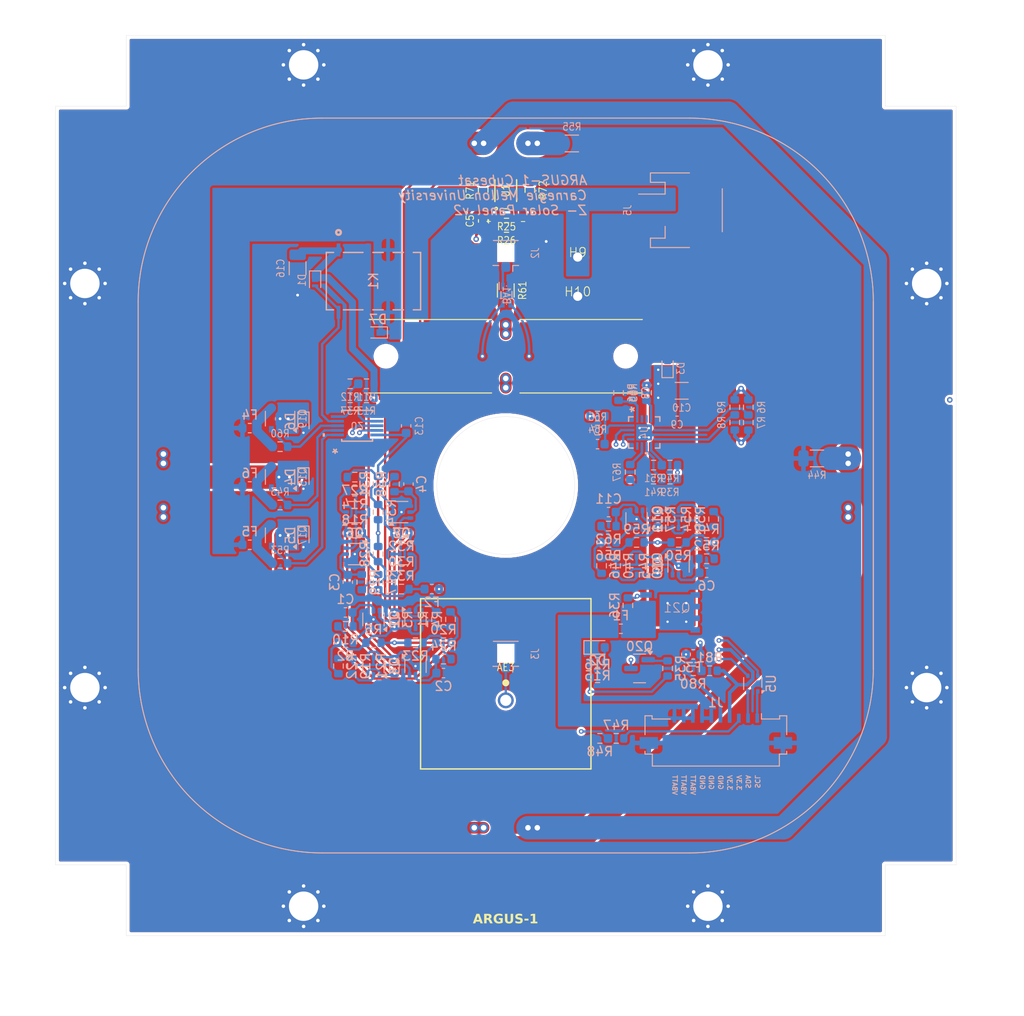
<source format=kicad_pcb>
(kicad_pcb (version 20240108) (generator "pcbnew") (generator_version "8.0")
  (layers (0 "F.Cu" signal) (1 "In1.Cu" signal) (2 "In2.Cu" signal) (31 "B.Cu" signal) (34 "B.Paste" user) (35 "F.Paste" user) (36 "B.SilkS" user "B.Silkscreen") (37 "F.SilkS" user "F.Silkscreen") (38 "B.Mask" user) (39 "F.Mask" user) (44 "Edge.Cuts" user))
  (net 0 "")
  (net 1 "GND")
  (net 2 "/coil")
  (net 3 "Net-(AE1-Pad1)")
  (net 4 "Net-(AE2-Pad1)")
  (net 5 "Net-(AE3-A)")
  (net 6 "Net-(J2-In)")
  (net 7 "Net-(Q1B-G1)")
  (net 8 "Net-(Q5B-G1)")
  (net 9 "LS_3V3")
  (net 10 "/I2C Devices/VREF")
  (net 11 "/I2C Devices/IPROPI")
  (net 12 "VBATT")
  (net 13 "Net-(Q9B-G1)")
  (net 14 "BW_3V3")
  (net 15 "BURN_RELAY_A")
  (net 16 "VBATT_SENSE")
  (net 17 "SDA")
  (net 18 "SCL")
  (net 19 "Net-(JP1-B)")
  (net 20 "/Burn Wires/VBURN1")
  (net 21 "/Burn Wires/VBURN2")
  (net 22 "Net-(JP2-B)")
  (net 23 "Net-(JP3-B)")
  (net 24 "/Burn Wires/VBURN3")
  (net 25 "Net-(JP4-B)")
  (net 26 "Net-(JP5-B)")
  (net 27 "/Burn Wires/VBURN_A_IN")
  (net 28 "Net-(Q1A-G2)")
  (net 29 "Net-(Q1A-D1)")
  (net 30 "SCL_LS")
  (net 31 "SCL_M")
  (net 32 "Net-(Q4A-B1)")
  (net 33 "Net-(Q5A-G2)")
  (net 34 "Net-(Q5A-D1)")
  (net 35 "SDA_LS")
  (net 36 "SDA_M")
  (net 37 "Net-(Q8A-B1)")
  (net 38 "Net-(Q9A-G2)")
  (net 39 "SCL_IO")
  (net 40 "Net-(Q12A-B1)")
  (net 41 "PERI_3V3")
  (net 42 "BURN_EN1")
  (net 43 "Net-(J1-Pin_1)")
  (net 44 "BURN_EN2")
  (net 45 "SDA_IO")
  (net 46 "BURN_EN3")
  (net 47 "Net-(J1-Pin_2)")
  (net 48 "COIL_P")
  (net 49 "COIL_N")
  (net 50 "/I2C Devices/A0_IO")
  (net 51 "/I2C Devices/A1_IO")
  (net 52 "/I2C Devices/ADDR")
  (net 53 "/I2C Devices/A0_COIL")
  (net 54 "/I2C Devices/A1_COIL")
  (net 55 "Net-(U4-NFAULT)")
  (net 56 "Net-(U4-NSLEEP)")
  (net 58 "MAIN_3V3")
  (net 63 "Net-(Q3B-G1)")
  (net 64 "Net-(Q7B-G1)")
  (net 65 "Net-(Q11B-G1)")
  (net 66 "/COIL_DRIVER_EN_OR_MAIN_3V3")
  (net 67 "Net-(Q2A-B1)")
  (net 68 "Net-(Q3A-G2)")
  (net 69 "Net-(Q3A-D1)")
  (net 70 "Net-(Q6A-B1)")
  (net 71 "Net-(Q7A-G2)")
  (net 72 "Net-(Q7A-D1)")
  (net 73 "Net-(Q10B-B2)")
  (net 74 "Net-(Q10A-B1)")
  (net 75 "Net-(Q11A-G2)")
  (net 76 "Net-(Q11A-D1)")
  (net 77 "/PERI_3V3_OR_GND")
  (net 78 "Net-(Q19-S)")
  (net 79 "Net-(Q17-S)")
  (net 80 "/I2C Devices/VM")
  (net 81 "Net-(D2-A)")
  (net 82 "Net-(Q21-S)")
  (net 83 "COIL_DRIVER_EN")
  (net 84 "Net-(Q20-G)")
  (net 85 "Net-(Q20-D)")
  (net 86 "Net-(Q15-S)")
  (footprint "Argus-Miscellaneous:MountingHole_3.2mm_M3_DIN965_Pad_TopBottom" (layer "F.Cu") (at 106.52 73.66 90)
    (property "Reference" "H2" (hide yes))
    (property "Value" "MountingHole_Pad")
  )
  (footprint "Argus-Miscellaneous:ANT_CGGBP.18.4.A.02_TAL" (layer "F.Cu") (at 152.3196 117.141599)
    (property "Reference" "AE3")
    (property "Value" "CGGBP.18.4.A.02")
  )
  (footprint "Argus-Miscellaneous:Antenna Mount" (layer "F.Cu") (at 149.7796 81.585 180)
    (property "Reference" "AE2" (hide yes))
    (property "Value" "MountingHole_Pad")
  )
  (footprint "Argus-Connectors:20AWG Through Hole" (layer "F.Cu") (at 160.147 70.787)
    (property "Reference" "H9")
    (property "Value" "MountingHole_Pad")
  )
  (footprint "Resistor_SMD:R_0603_1608Metric" (layer "F.Cu") (at 154.94 63.5 -90)
    (property "Reference" "R72")
    (property "Value" "0R")
  )
  (footprint "Argus-Connectors:20AWG Through Hole" (layer "F.Cu") (at 160.147 75.057)
    (property "Reference" "H10")
    (property "Value" "MountingHole_Pad")
  )
  (footprint "Argus-Miscellaneous:Antenna Mount" (layer "F.Cu") (at 154.859599 81.585)
    (property "Reference" "AE1" (hide yes))
    (property "Value" "MountingHole_Pad")
  )
  (footprint "Argus-Miscellaneous:Burn-Wire" (layer "F.Cu") (at 152.3196 81.585 180)
    (property "Reference" "JP3" (hide yes))
    (property "Value" "BurnWire")
  )
  (footprint "Argus-Miscellaneous:MountingHole_3.2mm_M3_DIN965_Pad_TopBottom" (layer "F.Cu") (at 130.32 141.46 90)
    (property "Reference" "H8" (hide yes))
    (property "Value" "MountingHole_Pad")
  )
  (footprint "Argus-Miscellaneous:MountingHole_3.2mm_M3_DIN965_Pad_TopBottom" (layer "F.Cu") (at 198.12 73.66 90)
    (property "Reference" "H5" (hide yes))
    (property "Value" "MountingHole_Pad")
  )
  (footprint "Argus-Miscellaneous:MountingHole_3.2mm_M3_DIN965_Pad_TopBottom" (layer "F.Cu") (at 174.32 141.46 90)
    (property "Reference" "H7" (hide yes))
    (property "Value" "MountingHole_Pad")
  )
  (footprint "Argus-IC:OPT4003" (layer "F.Cu") (at 152.31872 63.5508 90)
    (property "Reference" "U1")
    (property "Value" "OPT4003DNPRQ1")
  )
  (footprint "Resistor_SMD:R_0603_1608Metric" (layer "F.Cu") (at 149.86 63.5 90)
    (property "Reference" "R71")
    (property "Value" "0R")
  )
  (footprint "Resistor_SMD:R_0603_1608Metric" (layer "F.Cu") (at 152.4 67.564 180)
    (property "Reference" "R26")
    (property "Value" "0R")
  )
  (footprint "Resistor_SMD:R_0603_1608Metric" (layer "F.Cu") (at 152.4 66.04 180)
    (property "Reference" "R25")
    (property "Value" "0R")
  )
  (footprint "Argus-Miscellaneous:Burn-Wire" (layer "F.Cu") (at 115.06288 95.65914 180)
    (property "Reference" "JP1" (hide yes))
    (property "Value" "BurnWire")
  )
  (footprint "Argus-Miscellaneous:MountingHole_3.2mm_M3_DIN965_Pad_TopBottom" (layer "F.Cu") (at 174.32 49.86 90)
    (property "Reference" "H4" (hide yes))
    (property "Value" "MountingHole_Pad")
  )
  (footprint "Resistor_SMD:R_1206_3216Metric" (layer "F.Cu") (at 152.3196 74.422 -90)
    (property "Reference" "R61")
    (property "Value" "1R")
  )
  (footprint "Argus-Miscellaneous:MountingHole_3.2mm_M3_DIN965_Pad_TopBottom" (layer "F.Cu") (at 130.32 49.86 90)
    (property "Reference" "H3" (hide yes))
    (property "Value" "MountingHole_Pad")
  )
  (footprint "Argus-Miscellaneous:Burn-Wire" (layer "F.Cu") (at 152.3196 58.40242 90)
    (property "Reference" "JP5" (hide yes))
    (property "Value" "BurnWire")
  )
  (footprint "Capacitor_SMD:C_0603_1608Metric" (layer "F.Cu") (at 149.86 66.8528 90)
    (property "Reference" "C5")
    (property "Value" "0.1uF")
  )
  (footprint "Argus-Miscellaneous:MountingHole_3.2mm_M3_DIN965_Pad_TopBottom" (layer "F.Cu") (at 106.52 117.66 90)
    (property "Reference" "H1" (hide yes))
    (property "Value" "MountingHole_Pad")
  )
  (footprint "Argus-Miscellaneous:MountingHole_3.2mm_M3_DIN965_Pad_TopBottom" (layer "F.Cu") (at 198.12 117.66 90)
    (property "Reference" "H6" (hide yes))
    (property "Value" "MountingHole_Pad")
  )
  (footprint "Argus-IC:SOT552-1_NXP" (layer "B.Cu") (at 136.144 89.154)
    (property "Reference" "U2")
    (property "Value" "PCA9633DP2")
  )
  (footprint "Package_SO:TSOP-6_1.65x3.05mm_P0.95mm" (layer "B.Cu") (at 127.762 101.079 90)
    (property "Reference" "Q17")
    (property "Value" "IRFTS9342PBF")
  )
  (footprint "Capacitor_SMD:C_0603_1608Metric" (layer "B.Cu") (at 163.505001 98.552 180)
    (property "Reference" "C11")
    (property "Value" "10nF")
  )
  (footprint "Resistor_SMD:R_0603_1608Metric" (layer "B.Cu") (at 171.125001 101.854)
    (property "Reference" "R50")
    (property "Value" "10K")
  )
  (footprint "Diode_SMD:Nexperia_DSN1608-2_1.6x0.8mm" (layer "B.Cu") (at 169.926 82.896 90)
    (property "Reference" "D3")
    (property "Value" "10V")
  )
  (footprint "Package_TO_SOT_SMD:SOT-363_SC-70-6" (layer "B.Cu") (at 137.922 110.236 90)
    (property "Reference" "Q1")
    (property "Value" "NX3008NBKS")
  )
  (footprint "Resistor_SMD:R_0603_1608Metric" (layer "B.Cu") (at 167.64 85.562 -90)
    (property "Reference" "R63")
    (property "Value" "10k")
  )
  (footprint "Argus-IC:WQFN16_RTE_TEX" (layer "B.Cu") (at 167.386 89.88 -90)
    (property "Reference" "U4")
    (property "Value" "DRV8235RTER")
  )
  (footprint "Resistor_SMD:R_0603_1608Metric" (layer "B.Cu") (at 164.338 123.19 180)
    (property "Reference" "R47")
    (property "Value" "0R")
  )
  (footprint "Resistor_SMD:R_0603_1608Metric" (layer "B.Cu") (at 127.762 97.777 180)
    (property "Reference" "R43")
    (property "Value" "100K")
  )
  (footprint "Resistor_SMD:R_0603_1608Metric" (layer "B.Cu") (at 135.89 96.266)
    (property "Reference" "R14")
    (property "Value" "680R")
  )
  (footprint "Resistor_SMD:R_0603_1608Metric" (layer "B.Cu") (at 137.16 86.106)
    (property "Reference" "R13")
    (property "Value" "0R")
  )
  (footprint "Resistor_SMD:R_0603_1608Metric" (layer "B.Cu") (at 163.505001 100.076)
    (property "Reference" "R62")
    (property "Value" "200K")
  )
  (footprint "Connector_Coaxial:U.FL_Hirose_U.FL-R-SMT-1_Vertical" (layer "B.Cu") (at 152.32 114.456 90)
    (property "Reference" "J3")
    (property "Value" "U.FL")
  )
  (footprint "Resistor_SMD:R_0603_1608Metric" (layer "B.Cu") (at 163.505001 101.854)
    (property "Reference" "R56")
    (property "Value" "100K")
  )
  (footprint "Fuse:Fuse_0603_1608Metric" (layer "B.Cu") (at 124.46 89.408 180)
    (property "Reference" "F4")
    (property "Value" "500mA")
  )
  (footprint "Resistor_SMD:R_0603_1608Metric" (layer "B.Cu") (at 142.494 112.776)
    (property "Reference" "R23")
    (property "Value" "10K")
  )
  (footprint "Package_TO_SOT_SMD:SOT-363_SC-70-6" (layer "B.Cu") (at 135.89 103.124 180)
    (property "Reference" "Q5")
    (property "Value" "NX3008NBKS")
  )
  (footprint "Resistor_SMD:R_0603_1608Metric" (layer "B.Cu") (at 166.553 101.854 180)
    (property "Reference" "R59")
    (property "Value" "10K")
  )
  (footprint "Argus-Miscellaneous:PowerPAK SO-8" (layer "B.Cu") (at 170.942 109.474 180)
    (property "Reference" "Q21")
    (property "Value" "SiRA99DP")
  )
  (footprint "Resistor_SMD:R_0603_1608Metric" (layer "B.Cu") (at 138.43 95.504 -90)
    (property "Reference" "R31")
    (property "Value" "100K")
  )
  (footprint "Resistor_SMD:R_0603_1608Metric" (layer "B.Cu") (at 136.652 106.172 90)
    (property "Reference" "R29")
    (property "Value" "200K")
  )
  (footprint "Resistor_SMD:R_0603_1608Metric" (layer "B.Cu") (at 135.382 84.582)
    (property "Reference" "R12")
    (property "Value" "0R")
  )
  (footprint "Resistor_SMD:R_0603_1608Metric" (layer "B.Cu") (at 127.762 91.427 180)
    (property "Reference" "R60")
    (property "Value" "100K")
  )
  (footprint "Fuse:Fuse_0603_1608Metric" (layer "B.Cu") (at 124.46 102.108 180)
    (property "Reference" "F5")
    (property "Value" "500mA")
  )
  (footprint "Resistor_SMD:R_0603_1608Metric" (layer "B.Cu") (at 178.710599 88.802001 90)
    (property "Reference" "R7")
    (property "Value" "0R")
  )
  (footprint "Capacitor_SMD:C_0603_1608Metric" (layer "B.Cu") (at 170.96 87.594)
    (property "Reference" "C9")
    (property "Value" "0.1uF")
  )
  (footprint "Capacitor_SMD:C_0603_1608Metric" (layer "B.Cu") (at 162.306 91.15 180)
    (property "Reference" "C7")
    (property "Value" "0.1uF")
  )
  (footprint "Resistor_SMD:R_0603_1608Metric" (layer "B.Cu") (at 137.921999 112.776 180)
    (property "Reference" "R5")
    (property "Value" "10K")
  )
  (footprint "Package_TO_SOT_SMD:SOT-666" (layer "B.Cu") (at 179.197 117.221 90)
    (property "Reference" "U5")
    (property "Value" "USBLC6-2P6")
  )
  (footprint "Package_TO_SOT_SMD:SOT-363_SC-70-6" (layer "B.Cu") (at 135.89 98.552)
    (property "Reference" "Q6")
    (property "Value" "MBT2222ADW1T1")
  )
  (footprint "Resistor_SMD:R_0603_1608Metric" (layer "B.Cu") (at 134.874 112.776)
    (property "Reference" "R2")
    (property "Value" "100K")
  )
  (footprint "Resistor_SMD:R_0603_1608Metric" (layer "B.Cu") (at 135.636 115.316 90)
    (property "Reference" "R19")
    (property "Value" "680R")
  )
  (footprint "Diode_SMD:Nexperia_DSN1608-2_1.6x0.8mm" (layer "B.Cu") (at 130.302 94.742 -90)
    (property "Reference" "D4")
    (property "Value" "10V")
  )
  (footprint "Capacitor_SMD:C_0603_1608Metric" (layer "B.Cu") (at 166.116 85.562 90)
    (property "Reference" "C8")
    (property "Value" "1nF")
  )
  (footprint "Argus-Miscellaneous:Burn-Wire" (layer "B.Cu") (at 152.32086 132.916721 -90)
    (property "Reference" "JP2" (hide yes))
    (property "Value" "BurnWire")
  )
  (footprint "Fuse:Fuse_0603_1608Metric" (layer "B.Cu") (at 144.272 106.934)
    (property "Reference" "F2")
    (property "Value" "500mA")
  )
  (footprint "Resistor_SMD:R_0603_1608Metric" (layer "B.Cu") (at 140.97 100.838)
    (property "Reference" "R32")
    (property "Value" "DNI (0R)")
  )
  (footprint "Capacitor_SMD:C_0603_1608Metric" (layer "B.Cu") (at 145.542 116.078)
    (property "Reference" "C2")
    (property "Value" "10nF")
  )
  (footprint "Resistor_SMD:R_0603_1608Metric" (layer "B.Cu") (at 145.542 114.554 180)
    (property "Reference" "R24")
    (property "Value" "200K")
  )
  (footprint "Connector_JST:JST_PH_S2B-PH-SM4-TB_1x02-1MP_P2.00mm_Horizontal" (layer "B.Cu") (at 171.37 65.688 -90)
    (property "Reference" "J5")
    (property "Value" "Conn_01x02")
  )
  (footprint "Resistor_SMD:R_0603_1608Metric" (layer "B.Cu") (at 134.112 115.316 90)
    (property "Reference" "R22")
    (property "Value" "10K")
  )
  (footprint "Resistor_SMD:R_0603_1608Metric" (layer "B.Cu") (at 138.43 98.551999 90)
    (property "Reference" "R34")
    (property "Value" "10K")
  )
  (footprint "Resistor_SMD:R_0603_1608Metric" (layer "B.Cu") (at 140.208 95.504 -90)
    (property "Reference" "R38")
    (property "Value" "200K")
  )
  (footprint "Resistor_SMD:R_0603_1608Metric" (layer "B.Cu") (at 172.72 115.824)
    (property "Reference" "R80")
    (property "Value" "0R")
  )
  (footprint "Resistor_SMD:R_0603_1608Metric" (layer "B.Cu") (at 140.97 106.934 180)
    (property "Reference" "R33")
    (property "Value" "10K")
  )
  (footprint "Package_TO_SOT_SMD:SOT-363_SC-70-6" (layer "B.Cu") (at 142.494 115.316 -90)
    (property "Reference" "Q3")
    (property "Value" "NX3008NBKS")
  )
  (footprint "Resistor_SMD:R_0603_1608Metric" (layer "B.Cu") (at 162.56 123.19)
    (property "Reference" "R48")
    (property "Value" "0R")
  )
  (footprint "Resistor_SMD:R_0603_1608Metric" (layer "B.Cu") (at 146.304 110.236 -90)
    (property "Reference" "R4")
    (property "Value" "10K")
  )
  (footprint "Fuse:Fuse_0603_1608Metric" (layer "B.Cu") (at 164.846 111.252 180)
    (property "Reference" "F1")
    (property "Value" "500mA")
  )
  (footprint "Capacitor_SMD:C_0603_1608Metric" (layer "B.Cu") (at 135.128 106.172 -90)
    (property "Reference" "C3")
    (property "Value" "10nF")
  )
  (footprint "Capacitor_SMD:C_1206_3216Metric" (layer "B.Cu") (at 129.667 72.009 -90)
    (property "Reference" "C16")
    (property "Value" "10uF")
  )
  (footprint "Package_TO_SOT_SMD:SOT-363_SC-70-6" (layer "B.Cu") (at 166.553001 99.314 90)
    (property "Reference" "Q11")
    (property "Value" "NX3008NBKS")
  )
  (footprint "Resistor_SMD:R_0603_1608Metric" (layer "B.Cu") (at 138.43 106.172 90)
    (property "Reference" "R17")
    (property "Value" "100K")
  )
  (footprint "Resistor_SMD:R_0603_1608Metric" (layer "B.Cu") (at 174.173 101.854 180)
    (property "Reference" "R42")
    (property "Value" "100K")
  )
  (footprint "Resistor_SMD:R_0603_1608Metric" (layer "B.Cu") (at 137.16 84.582)
    (property "Reference" "R11")
    (property "Value" "0R")
  )
  (footprint "Resistor_SMD:R_0603_1608Metric" (layer "B.Cu") (at 162.306 116.586 180)
    (property "Reference" "R16")
    (property "Value" "10k")
  )
  (footprint "Resistor_SMD:R_0603_1608Metric" (layer "B.Cu") (at 162.743 104.394 90)
    (property "Reference" "R46")
    (property "Value" "10K")
  )
  (footprint "Resistor_SMD:R_1206_3216Metric" (layer "B.Cu") (at 159.512 58.42 180)
    (property "Reference" "R55")
    (property "Value" "1R")
  )
  (footprint "Fuse:Fuse_0603_1608Metric" (layer "B.Cu") (at 124.46 95.758 180)
    (property "Reference" "F6")
    (property "Value" "500mA")
  )
  (footprint "Package_TO_SOT_SMD:SOT-363_SC-70-6" (layer "B.Cu") (at 140.97 103.124 180)
    (property "Reference" "Q8")
    (property "Value" "MBT2222ADW1T1")
  )
  (footprint "Resistor_SMD:R_0603_1608Metric" (layer "B.Cu") (at 127.762 104.127 180)
    (property "Reference" "R53")
    (property "Value" "100K")
  )
  (footprint "Resistor_SMD:R_0603_1608Metric" (layer "B.Cu") (at 177.237399 87.138801 -90)
    (property "Reference" "R9")
    (property "Value" "0R")
  )
  (footprint "Resistor_SMD:R_0603_1608Metric" (layer "B.Cu") (at 162.306 88.102)
    (property "Reference" "R64")
    (property "Value" "TBD")
  )
  (footprint "Capacitor_SMD:C_1206_3216Metric" (layer "B.Cu") (at 171.46 85.344)
    (property "Reference" "C10")
    (property "Value" "10uF")
  )
  (footprint "Resistor_SMD:R_0603_1608Metric" (layer "B.Cu") (at 165.862 94.198 -90)
    (property "Reference" "R67")
    (property "Value" "0R")
  )
  (footprint "Package_TO_SOT_SMD:SOT-363_SC-70-6" (layer "B.Cu") (at 166.553 104.394 90)
    (property "Reference" "Q10")
    (property "Value" "MBT2222ADW1T1")
  )
  (footprint "Resistor_SMD:R_0603_1608Metric" (layer "B.Cu") (at 135.89 100.838 180)
    (property "Reference" "R18")
    (property "Value" "DNI (0R)")
  )
  (footprint "Resistor_SMD:R_0603_1608Metric" (layer "B.Cu") (at 177.237399 88.789801 -90)
    (property "Reference" "R8")
    (property "Value" "0R")
  )
  (footprint "Diode_SMD:Nexperia_DSN1608-2_1.6x0.8mm" (layer "B.Cu") (at 130.302 101.092 -90)
    (property "Reference" "D5")
    (property "Value" "10V")
  )
  (footprint "Package_SO:TSOP-6_1.65x3.05mm_P0.95mm" (layer "B.Cu") (at 127.762 94.725 90)
    (property "Reference" "Q15")
    (property "Value" "IRFTS9342PBF")
  )
  (footprint "Argus-Connectors:Molex_200528-0100_1x10-1MP_P1.00mm_Horizontal" (layer "B.Cu") (at 175.18 121.8982 180)
    (property "Reference" "J1")
    (property "Value" "200528-0100")
  )
  (footprint "Argus-Miscellaneous:RELAY8_SMTGUL_TEC" (layer "B.Cu") (at 137.922 73.406 -90)
    (property "Reference" "K1")
    (property "Value" "IM11DGR")
  )
  (footprint "Diode_SMD:Nexperia_DSN1608-2_1.6x0.8mm" (layer "B.Cu") (at 131.572 73.314 -90)
    (property "Reference" "D1")
    (property "Value" "PTVS5V0Z1USK")
  )
  (footprint "Fuse:Fuse_0603_1608Metric" (layer "B.Cu") (at 172.72 114.046)
    (property "Reference" "F3")
    (property "Value" "500mA")
  )
  (footprint "Resistor_SMD:R_0603_1608Metric" (layer "B.Cu") (at 145.542 112.776 180)
    (property "Reference" "R20")
    (property "Value" "100K")
  )
  (footprint "Resistor_SMD:R_0603_1608Metric" (layer "B.Cu") (at 170.18 93.436)
    (property "Reference" "R49")
    (property "Value" "0R")
  )
  (footprint "Resistor_SMD:R_1206_3216Metric" (layer "B.Cu") (at 186.182 92.71)
    (property "Reference" "R44")
    (property "Value" "1R")
  )
  (footprint "Resistor_SMD:R_0603_1608Metric" (layer "B.Cu") (at 173.411001 99.314 -90)
    (property "Reference" "R54")
    (property "Value" "680R")
  )
  (footprint "Diode_SMD:Nexperia_DSN1608-2_1.6x0.8mm" (layer "B.Cu") (at 130.302 88.677 -90)
    (property "Reference" "D6")
    (property "Value" "10V")
  )
  (footprint "Argus-Miscellaneous:Burn-Wire" (layer "B.Cu") (at 189.57758 95.66)
    (property "Reference" "JP4" (hide yes))
    (property "Value" "BurnWire")
  )
  (footprint "Resistor_SMD:R_0603_1608Metric" (layer "B.Cu") (at 178.710599 87.138801 90)
    (property "Reference" "R6")
    (property "Value" "0R")
  )
  (footprint "Resistor_SMD:R_0603_1608Metric" (layer "B.Cu") (at 168.839001 99.314 90)
    (property "Reference" "R57")
    (property "Value" "DNI (0R)")
  )
  (footprint "Resistor_SMD:R_0603_1608Metric" (layer "B.Cu") (at 168.839 104.394 -90)
    (property "Reference" "R45")
    (property "Value" "DNI (0R)")
  )
  (footprint "Resistor_SMD:R_0603_1608Metric" (layer "B.Cu") (at 168.402 94.96)
    (property "Reference" "R41")
    (property "Value" "0R")
  )
  (footprint "Capacitor_SMD:C_0603_1608Metric" (layer "B.Cu") (at 174.173 105.156)
    (property "Reference" "C6")
    (property "Value" "10nF")
  )
  (footprint "Diode_SMD:Nexperia_DSN1608-2_1.6x0.8mm" (layer "B.Cu") (at 138.43 78.994 180)
    (property "Reference" "D7")
    (property "Value" "10V")
  )
  (footprint "Package_TO_SOT_SMD:SOT-363_SC-70-6" (layer "B.Cu") (at 171.125 104.394 -90)
    (property "Reference" "Q9")
    (property "Value" "NX3008NBKS")
  )
  (footprint "Package_TO_SOT_SMD:SOT-363_SC-70-6" (layer "B.Cu") (at 140.97 98.552)
    (property "Reference" "Q7")
    (property "Value" "NX3008NBKS")
  )
  (footprint "Resistor_SMD:R_0603_1608Metric" (layer "B.Cu") (at 164.592 85.562 90)
    (property "Reference" "R66")
    (property "Value" "560R")
  )
  (footprint "Package_TO_SOT_SMD:SOT-363_SC-70-6" (layer "B.Cu") (at 137.922 115.316 90)
    (property "Reference" "Q4")
    (property "Value" "MBT2222ADW1T1")
  )
  (footprint "Capacitor_SMD:C_0603_1608Metric" (layer "B.Cu") (at 141.478 89.167 90)
    (property "Reference" "C13")
    (property "Value" "0.1uF")
  )
  (footprint "Resistor_SMD:R_0603_1608Metric" (layer "B.Cu") (at 140.208 110.236 90)
    (property "Reference" "R3")
    (property "Value" "DNI (0R)")
  )
  (footprint "Capacitor_SMD:C_0603_1608Metric" (layer "B.Cu") (at 141.732 95.504 90)
    (property "Reference" "C4")
    (property "Value" "10nF")
  )
  (footprint "Resistor_SMD:R_0603_1608Metric" (layer "B.Cu") (at 144.78 110.236 -90)
    (property "Reference" "R1")
    (property "Value" "680R")
  )
  (footprint "Resistor_SMD:R_0603_1608Metric" (layer "B.Cu") (at 140.208 115.316 -90)
    (property "Reference" "R21")
    (property "Value" "DNI (0R)")
  )
  (footprint "Resistor_SMD:R_0603_1608Metric" (layer "B.Cu") (at 164.267 104.394 90)
    (property "Reference" "R40")
    (property "Value" "680R")
  )
  (footprint "Resistor_SMD:R_0603_1608Metric" (layer "B.Cu") (at 135.382 86.106)
    (property "Reference" "R37")
    (property "Value" "0R")
  )
  (footprint "LED_SMD:LED_0603_1608Metric" (layer "B.Cu") (at 162.306 113.284)
    (property "Reference" "D2")
    (property "Value" "GREEN")
  )
  (footprint "Resistor_SMD:R_0603_1608Metric" (layer "B.Cu") (at 174.935001 99.314 -90)
    (property "Reference" "R58")
    (property "Value" "10K")
  )
  (footprint "Resistor_SMD:R_0603_1608Metric" (layer "B.Cu") (at 174.498 115.824 180)
    (property "Reference" "R81")
    (property "Value" "0R")
  )
  (footprint "Connector_Coaxial:U.FL_Hirose_U.FL-R-SMT-1_Vertical" (layer "B.Cu") (at 152.3196 70.8188 90)
    (property "Reference" "J2")
    (property "Value" "U.FL")
  )
  (footprint "Resistor_SMD:R_0603_1608Metric" (layer "B.Cu") (at 140.97 105.41 180)
    (property "Reference" "R30")
    (property "Value" "680R")
  )
  (footprint "Package_TO_SOT_SMD:SOT-23" (layer "B.Cu") (at 166.878 115.57 180)
    (property "Reference" "Q20")
    (property "Value" "IRLML2803")
  )
  (footprint "Resistor_SMD:R_0603_1608Metric" (layer "B.Cu") (at 169.926 115.57 90)
    (property "Reference" "R35")
    (property "Value" "4k7")
  )
  (footprint "Resistor_SMD:R_0603_1608Metric" (layer "B.Cu") (at 165.608 108.712 -90)
    (property "Reference" "R36")
    (property "Value" "10k")
  )
  (footprint "Resistor_SMD:R_0603_1608Metric" (layer "B.Cu") (at 162.306 114.935)
    (property "Reference" "R15")
    (property "Value" "2.7k")
  )
  (footprint "Resistor_SMD:R_0603_1608Metric" (layer "B.Cu") (at 135.89 94.742)
    (property "Reference" "R27")
    (property "Value" "10K")
  )
  (footprint "Resistor_SMD:R_0603_1608Metric" (layer "B.Cu") (at 174.173 103.632 180)
    (property "Reference" "R52")
    (property "Value" "200K")
  )
  (footprint "Package_SO:TSOP-6_1.65x3.05mm_P0.95mm" (layer "B.Cu") (at 127.762 88.379 90)
    (property "Reference" "Q19")
    (property "Value" "IRFTS9342PBF")
  )
  (footprint "Resistor_SMD:R_0603_1608Metric" (layer "B.Cu") (at 168.402 93.436)
    (property "Reference" "R51")
    (property "Value" "0R")
  )
  (footprint "Package_TO_SOT_SMD:SOT-363_SC-70-6" (layer "B.Cu") (at 142.494 110.236 -90)
    (property "Reference" "Q2")
    (property "Value" "MBT2222ADW1T1")
  )
  (footprint "Resistor_SMD:R_0603_1608Metric" (layer "B.Cu") (at 134.874 110.998)
    (property "Reference" "R10")
    (property "Value" "200K")
  )
  (footprint "Package_TO_SOT_SMD:SOT-363_SC-70-6" (layer "B.Cu") (at 171.125001 99.314 -90)
    (property "Reference" "Q12")
    (property "Value" "MBT2222ADW1T1")
  )
  (footprint "Argus-Passives:ATB2012" (layer "B.Cu") (at 152.4 74.93 -90)
    (property "Reference" "BA1")
    (property "Value" "DXW21HN5011BL")
  )
  (footprint "Resistor_SMD:R_0603_1608Metric" (layer "B.Cu") (at 162.306 89.626 180)
    (property "Reference" "R65")
    (property "Value" "TBD")
  )
  (footprint "Resistor_SMD:R_0603_1608Metric" (layer "B.Cu") (at 138.43 103.124001 -90)
    (property "Reference" "R28")
    (property "Value" "10K")
  )
  (footprint "Capacitor_SMD:C_0603_1608Metric" (layer "B.Cu") (at 134.874 109.474 180)
    (property "Reference" "C1")
    (property "Value" "10nF")
  )
  (footprint "Resistor_SMD:R_0603_1608Metric" (layer "B.Cu") (at 170.18 94.96)
    (property "Reference" "R39")
    (property "Value" "0R")
  )
  (gr_arc (start 112.319599 75.6566) (mid 118.177449 61.51445) (end 132.319599 55.6566) (stroke (width 0.1)) (layer "B.SilkS"))
  (gr_arc (start 132.316538 135.659599) (mid 118.174395 129.801742) (end 112.316538 115.6596) (stroke (width 0.1)) (layer "B.SilkS"))
  (gr_line (start 192.316538 115.659599) (end 192.316538 75.659601) (stroke (width 0.1)) (layer "B.SilkS"))
  (gr_line (start 192.319598 115.656599) (end 192.319598 75.656601) (stroke (width 0.1)) (layer "B.SilkS"))
  (gr_line (start 172.316538 55.6596) (end 132.316538 55.6596) (stroke (width 0.1)) (layer "B.SilkS"))
  (gr_arc (start 192.316537 115.659599) (mid 186.458682 129.801743) (end 172.316538 135.659599) (stroke (width 0.1)) (layer "B.SilkS"))
  (gr_arc (start 172.319598 55.656601) (mid 186.461734 61.514465) (end 192.319598 75.656601) (stroke (width 0.1)) (layer "B.SilkS"))
  (gr_line (start 132.316538 135.659599) (end 172.316538 135.659599) (stroke (width 0.1)) (layer "B.SilkS"))
  (gr_line (start 192.316537 115.659599) (end 192.316538 75.659601) (stroke (width 0.1)) (layer "B.SilkS"))
  (gr_line (start 112.319599 75.6566) (end 112.319598 115.6566) (stroke (width 0.1)) (layer "B.SilkS"))
  (gr_arc (start 192.319598 115.656599) (mid 186.461734 129.798735) (end 172.319599 135.656599) (stroke (width 0.1)) (layer "B.SilkS"))
  (gr_arc (start 172.316538 55.6596) (mid 186.458654 61.517485) (end 192.316538 75.659601) (stroke (width 0.1)) (layer "B.SilkS"))
  (gr_line (start 112.316538 75.6596) (end 112.316538 115.6596) (stroke (width 0.1)) (layer "B.SilkS"))
  (gr_arc (start 112.316538 75.6596) (mid 118.17439 61.517452) (end 132.316538 55.6596) (stroke (width 0.1)) (layer "B.SilkS"))
  (gr_arc (start 132.319599 135.656601) (mid 118.177463 129.798736) (end 112.319598 115.6566) (stroke (width 0.1)) (layer "B.SilkS"))
  (gr_line (start 172.319598 55.656601) (end 132.319599 55.6566) (stroke (width 0.1)) (layer "B.SilkS"))
  (gr_line (start 132.319599 135.656601) (end 172.319599 135.656599) (stroke (width 0.1)) (layer "B.SilkS"))
  (gr_line (start 201.32 136.96) (end 193.62 136.96) (stroke (width 0.0254)) (layer "Edge.Cuts"))
  (gr_line (start 103.32 54.36) (end 111.02 54.36) (stroke (width 0.0254)) (layer "Edge.Cuts"))
  (gr_line (start 103.32 136.96) (end 103.32 54.36) (stroke (width 0.0254)) (layer "Edge.Cuts"))
  (gr_circle (center 152.32 95.66) (end 152.32 88.16) (stroke (width 0.0254)) (fill none) (layer "Edge.Cuts"))
  (gr_line (start 111.02 136.96) (end 111.02 144.66) (stroke (width 0.0254)) (layer "Edge.Cuts"))
  (gr_line (start 193.62 136.96) (end 193.62 144.66) (stroke (width 0.0254)) (layer "Edge.Cuts"))
  (gr_line (start 193.62 144.66) (end 111.02 144.66) (stroke (width 0.0254)) (layer "Edge.Cuts"))
  (gr_line (start 193.62 54.36) (end 193.62 46.66) (stroke (width 0.0254)) (layer "Edge.Cuts"))
  (gr_line (start 111.02 54.36) (end 111.02 46.66) (stroke (width 0.0254)) (layer "Edge.Cuts"))
  (gr_line (start 201.32 54.36) (end 193.62 54.36) (stroke (width 0.0254)) (layer "Edge.Cuts"))
  (gr_line (start 103.32 136.96) (end 111.02 136.96) (stroke (width 0.0254)) (layer "Edge.Cuts"))
  (gr_line (start 201.32 54.36) (end 201.32 136.96) (stroke (width 0.0254)) (layer "Edge.Cuts"))
  (gr_line (start 111.02 46.66) (end 193.62 46.66) (stroke (width 0.0254)) (layer "Edge.Cuts"))
  (gr_text "VBATT" (at 171.6786 127.127 -90) (layer "B.SilkS") (effects (font (size 0.508 0.508) (thickness 0.1016) (bold yes)) (justify right mirror)))
  (gr_text "GND" (at 173.7106 127.127 -90) (layer "B.SilkS") (effects (font (size 0.508 0.508) (thickness 0.1016) (bold yes)) (justify right mirror)))
  (gr_text "SCL" (at 179.705 127.127 -90) (layer "B.SilkS") (effects (font (size 0.508 0.508) (thickness 0.1016) (bold yes)) (justify right mirror)))
  (gr_text "3.3V" (at 177.698399 127.127 -90) (layer "B.SilkS") (effects (font (size 0.508 0.508) (thickness 0.1016) (bold yes)) (justify right mirror)))
  (gr_text "ARGUS-1 Cubesat\nCarnegie Mellon University\nZ- Solar Panel v2" (at 161.29 66.294 0) (layer "B.SilkS") (effects (font (size 1.016 1.016) (thickness 0.1524) (italic yes)) (justify left bottom mirror)))
  (gr_text "SDA" (at 178.688999 127.127 -90) (layer "B.SilkS") (effects (font (size 0.508 0.508) (thickness 0.1016) (bold yes)) (justify right mirror)))
  (gr_text "GND" (at 175.6918 127.127 -90) (layer "B.SilkS") (effects (font (size 0.508 0.508) (thickness 0.1016) (bold yes)) (justify right mirror)))
  (gr_text "VBATT" (at 170.713401 127.127 -90) (layer "B.SilkS") (effects (font (size 0.508 0.508) (thickness 0.1016) (bold yes)) (justify right mirror)))
  (gr_text "VBATT" (at 172.694601 127.127 -90) (layer "B.SilkS") (effects (font (size 0.508 0.508) (thickness 0.1016) (bold yes)) (justify right mirror)))
  (gr_text "3.3V" (at 176.6824 127.127 -90) (layer "B.SilkS") (effects (font (size 0.508 0.508) (thickness 0.1016) (bold yes)) (justify right mirror)))
  (gr_text "GND" (at 174.6758 127.127 -90) (layer "B.SilkS") (effects (font (size 0.508 0.508) (thickness 0.1016) (bold yes)) (justify right mirror)))
  (gr_text "-" (at 154.1996 66.8818 0) (layer "F.SilkS") (effects (font (size 0.508 0.508) (thickness 0.1016) (bold yes))))
  (gr_text "ARGUS-1" (at 152.2946 142.904 0) (layer "F.SilkS") (effects (font (size 1.016 1.016) (thickness 0.2286) (bold yes))))
  (gr_text "+" (at 150.4912 66.9072 -90) (layer "F.SilkS") (effects (font (size 0.508 0.508) (thickness 0.1016) (bold yes))))
  (segment (start 152.968719 64.5795) (end 152.968719 64.627519) (width 0.254) (layer "F.Cu") (net 1))
  (segment (start 152.968719 64.627519) (end 153.89932 65.55812) (width 0.254) (layer "F.Cu") (net 1))
  (segment (start 152.968719 64.200799) (end 152.31872 63.5508) (width 0.254) (layer "F.Cu") (net 1))
  (segment (start 152.968719 64.5795) (end 152.968719 64.200799) (width 0.254) (layer "F.Cu") (net 1))
  (segment (start 153.89932 65.55812) (end 153.89932 66.88968) (width 0.254) (layer "F.Cu") (net 1))
  (segment (start 150.876 65.0748) (end 150.863 65.0748) (width 0.254) (layer "F.Cu") (net 1))
  (segment (start 155.317132 63.5508) (end 152.31872 63.5508) (width 0.254) (layer "F.Cu") (net 1))
  (segment (start 156.718 64.951668) (end 155.317132 63.5508) (width 0.254) (layer "F.Cu") (net 1))
  (segment (start 156.718 69.088) (end 156.718 64.951668) (width 0.254) (layer "F.Cu") (net 1))
  (segment (start 153.89932 66.88968) (end 153.225 67.564) (width 0.254) (layer "F.Cu") (net 1))
  (segment (start 150.863 65.0748) (end 149.86 66.0778) (width 0.254) (layer "F.Cu") (net 1))
  (segment (start 150.876 64.01562) (end 150.876 65.0748) (width 0.254) (layer "F.Cu") (net 1))
  (segment (start 152.31872 63.5508) (end 151.34082 63.5508) (width 0.254) (layer "F.Cu") (net 1))
  (segment (start 151.34082 63.5508) (end 150.876 64.01562) (width 0.254) (layer "F.Cu") (net 1))
  (via (at 156.718 69.088) (size 0.6096) (drill 0.3048) (layers "F.Cu" "B.Cu") (net 1))
  (via (at 129.667 74.93) (size 0.6096) (drill 0.3048) (layers "F.Cu" "B.Cu") (net 1))
  (via (at 166.553001 99.314) (size 0.508) (drill 0.254) (layers "F.Cu" "B.Cu") (net 1))
  (via (at 130.302 96.012) (size 0.508) (drill 0.254) (layers "F.Cu" "B.Cu") (net 1))
  (via (at 130.302 102.362) (size 0.508) (drill 0.254) (layers "F.Cu" "B.Cu") (net 1))
  (via (at 167.894 90.424) (size 0.508) (drill 0.254) (layers "F.Cu" "B.Cu") (net 1))
  (via (at 142.494 115.316) (size 0.508) (drill 0.254) (layers "F.Cu" "B.Cu") (net 1))
  (via (at 135.89 103.124) (size 0.508) (drill 0.254) (layers "F.Cu" "B.Cu") (net 1))
  (via (at 130.302 89.916) (size 0.508) (drill 0.254) (layers "F.Cu" "B.Cu") (net 1))
  (via (at 137.922 110.236) (size 0.508) (drill 0.254) (layers "F.Cu" "B.Cu") (net 1))
  (via (at 167.894 89.408) (size 0.508) (drill 0.254) (layers "F.Cu" "B.Cu") (net 1))
  (via (at 166.878 90.424) (size 0.508) (drill 0.254) (layers "F.Cu" "B.Cu") (net 1))
  (via (at 166.878 89.408) (size 0.508) (drill 0.254) (layers "F.Cu" "B.Cu") (net 1))
  (via (at 140.97 98.552) (size 0.508) (drill 0.254) (layers "F.Cu" "B.Cu") (net 1))
  (via (at 171.125 104.394) (size 0.508) (drill 0.254) (layers "F.Cu" "B.Cu") (net 1))
  (segment (start 137.272 109.586) (end 137.272 109.286) (width 0.254) (layer "B.Cu") (net 1))
  (segment (start 140.97 98.552) (end 141.62 97.902) (width 0.254) (layer "B.Cu") (net 1))
  (segment (start 161.531 91.15) (end 161.531 89.676) (width 0.254) (layer "B.Cu") (net 1))
  (segment (start 161.531 89.676) (end 161.481 89.626) (width 0.254) (layer "B.Cu") (net 1))
  (segment (start 167.636 90.13) (end 167.386 89.88) (width 0.254) (layer "B.Cu") (net 1))
  (segment (start 142.494 115.316) (end 143.144 115.966) (width 0.254) (layer "B.Cu") (net 1))
  (segment (start 130.302 89.277) (end 130.302 89.916) (width 0.254) (layer "B.Cu") (net 1))
  (segment (start 136.84 102.474) (end 136.54 102.474) (width 0.254) (layer "B.Cu") (net 1))
  (segment (start 165.903001 98.664) (end 165.903001 98.364) (width 0.254) (layer "B.Cu") (net 1))
  (segment (start 140.32 99.202) (end 140.97 98.552) (width 0.254) (layer "B.Cu") (net 1))
  (segment (start 167.577 93.436) (end 167.577 94.96) (width 0.254) (layer "B.Cu") (net 1))
  (segment (start 134.303 84.328) (end 134.303 85.852) (width 0.254) (layer "B.Cu") (net 1))
  (segment (start 141.478 88.392) (end 141.224 88.138) (width 0.254) (layer "B.Cu") (net 1))
  (segment (start 143.144 115.966) (end 143.144 116.266) (width 0.254) (layer "B.Cu") (net 1))
  (segment (start 141.844 114.666) (end 142.494 115.316) (width 0.254) (layer "B.Cu") (net 1))
  (segment (start 136.54 102.474) (end 135.89 103.124) (width 0.254) (layer "B.Cu") (net 1))
  (segment (start 137.922 110.236) (end 137.272 109.586) (width 0.254) (layer "B.Cu") (net 1))
  (segment (start 138.572 111.186) (end 138.572 110.886) (width 0.254) (layer "B.Cu") (net 1))
  (segment (start 164.592 84.737) (end 166.066 84.737) (width 0.254) (layer "B.Cu") (net 1))
  (segment (start 141.844 114.366) (end 141.844 114.666) (width 0.254) (layer "B.Cu") (net 1))
  (segment (start 130.302 95.342) (end 130.302 96.012) (width 0.254) (layer "B.Cu") (net 1))
  (segment (start 138.572 110.886) (end 137.922 110.236) (width 0.254) (layer "B.Cu") (net 1))
  (segment (start 170.475 103.444) (end 170.475 103.744) (width 0.254) (layer "B.Cu") (net 1))
  (segment (start 141.224 88.138) (end 138.306299 88.138) (width 0.254) (layer "B.Cu") (net 1))
  (segment (start 129.667 73.484) (end 129.667 74.93) (width 0.762) (layer "B.Cu") (net 1))
  (segment (start 140.02 99.202) (end 140.32 99.202) (width 0.254) (layer "B.Cu") (net 1))
  (segment (start 138.306299 88.138) (end 138.2903 88.153999) (width 0.254) (layer "B.Cu") (net 1))
  (segment (start 166.066 84.737) (end 166.116 84.787) (width 0.254) (layer "B.Cu") (net 1))
  (segment (start 167.203001 99.964) (end 166.553001 99.314) (width 0.254) (layer "B.Cu") (net 1))
  (segment (start 171.775 105.044) (end 171.775 105.344) (width 0.254) (layer "B.Cu") (net 1))
  (segment (start 135.89 103.124) (end 135.24 103.774) (width 0.254) (layer "B.Cu") (net 1))
  (segment (start 168.8592 90.13) (end 167.636 90.13) (width 0.254) (layer "B.Cu") (net 1))
  (segment (start 167.203001 100.264) (end 167.203001 99.964) (width 0.254) (layer "B.Cu") (net 1))
  (segment (start 170.475 103.744) (end 171.125 104.394) (width 0.254) (layer "B.Cu") (net 1))
  (segment (start 141.62 97.902) (end 141.92 97.902) (width 0.254) (layer "B.Cu") (net 1))
  (segment (start 166.553001 99.314) (end 165.903001 98.664) (width 0.254) (layer "B.Cu") (net 1))
  (segment (start 171.125 104.394) (end 171.775 105.044) (width 0.254) (layer "B.Cu") (net 1))
  (segment (start 130.302 101.692) (end 130.302 102.362) (width 0.254) (layer "B.Cu") (net 1))
  (segment (start 135.24 103.774) (end 134.94 103.774) (width 0.254) (layer "B.Cu") (net 1))
  (via (at 177.926599 85.103001) (size 0.6096) (drill 0.3048) (layers "F.Cu" "B.Cu") (net 2))
  (via (at 177.9393 90.995801) (size 0.6096) (drill 0.3048) (layers "F.Cu" "B.Cu") (net 2))
  (via (at 200.6372 86.334798) (size 0.6096) (drill 0.3048) (layers "F.Cu" "B.Cu") (net 2))
  (segment (start 177.237399 85.792201) (end 177.926599 85.103001) (width 0.381) (layer "B.Cu") (net 2))
  (segment (start 177.237399 86.313801) (end 177.237399 85.792201) (width 0.381) (layer "B.Cu") (net 2))
  (segment (start 178.710599 90.224502) (end 177.9393 90.995801) (width 0.381) (layer "B.Cu") (net 2))
  (segment (start 177.237399 90.2939) (end 177.9393 90.995801) (width 0.381) (layer "B.Cu") (net 2))
  (segment (start 178.710599 86.313801) (end 178.710599 85.887001) (width 0.381) (layer "B.Cu") (net 2))
  (segment (start 177.237399 89.614801) (end 177.237399 90.2939) (width 0.381) (layer "B.Cu") (net 2))
  (segment (start 178.710599 85.887001) (end 177.926599 85.103001) (width 0.381) (layer "B.Cu") (net 2))
  (segment (start 178.710599 89.627001) (end 178.710599 90.224502) (width 0.381) (layer "B.Cu") (net 2))
  (via (at 154.859599 81.585) (size 0.6096) (drill 0.3048) (layers "F.Cu" "B.Cu") (net 3))
  (segment (start 154.859599 81.585) (end 154.859599 80.877311) (width 0.254) (layer "B.Cu") (net 3))
  (arc (start 154.859599 80.877311) (mid 154.324327 78.186316) (end 152.8 75.905) (width 0.254) (layer "B.Cu") (net 3))
  (via (at 149.7796 81.585) (size 0.6096) (drill 0.3048) (layers "F.Cu" "B.Cu") (net 4))
  (segment (start 149.7796 81.585) (end 149.7796 81.265519) (width 0.254) (layer "B.Cu") (net 4))
  (arc (start 149.7796 81.265519) (mid 150.356663 78.364427) (end 152 75.905) (width 0.254) (layer "B.Cu") (net 4))
  (segment (start 152.32 119.046199) (end 152.3196 119.046599) (width 0.254) (layer "B.Cu") (net 5))
  (segment (start 152.32 115.506) (end 152.32 119.046199) (width 0.254) (layer "B.Cu") (net 5))
  (segment (start 152 72.1884) (end 152.3196 71.8688) (width 0.254) (layer "B.Cu") (net 6))
  (segment (start 152 73.955) (end 152 72.1884) (width 0.254) (layer "B.Cu") (net 6))
  (segment (start 136.43632 108.68668) (end 135.649 109.474) (width 0.254) (layer "B.Cu") (net 7))
  (segment (start 137.922 109.286) (end 137.922 108.961001) (width 0.254) (layer "B.Cu") (net 7))
  (segment (start 137.647679 108.68668) (end 136.43632 108.68668) (width 0.254) (layer "B.Cu") (net 7))
  (segment (start 135.699 109.524) (end 135.649 109.474) (width 0.254) (layer "B.Cu") (net 7))
  (segment (start 137.922 108.961001) (end 137.647679 108.68668) (width 0.254) (layer "B.Cu") (net 7))
  (segment (start 135.699 110.998) (end 135.699 109.524) (width 0.254) (layer "B.Cu") (net 7))
  (segment (start 134.94 103.124) (end 134.615001 103.124) (width 0.254) (layer "B.Cu") (net 8))
  (segment (start 136.652 105.347) (end 135.178 105.347) (width 0.254) (layer "B.Cu") (net 8))
  (segment (start 134.34068 104.60968) (end 135.128 105.397) (width 0.254) (layer "B.Cu") (net 8))
  (segment (start 134.615001 103.124) (end 134.34068 103.398321) (width 0.254) (layer "B.Cu") (net 8))
  (segment (start 135.178 105.347) (end 135.128 105.397) (width 0.254) (layer "B.Cu") (net 8))
  (segment (start 134.34068 103.398321) (end 134.34068 104.60968) (width 0.254) (layer "B.Cu") (net 8))
  (segment (start 151.668721 65.946279) (end 151.575 66.04) (width 0.254) (layer "F.Cu") (net 9))
  (segment (start 134.049 112.776) (end 137.94232 116.66932) (width 0.254) (layer "F.Cu") (net 9))
  (segment (start 149.098 68.3898) (end 149.86 67.6278) (width 0.254) (layer "F.Cu") (net 9))
  (segment (start 137.94232 116.66932) (end 142.47368 116.66932) (width 0.254) (layer "F.Cu") (net 9))
  (segment (start 149.86 67.6278) (end 149.9872 67.6278) (width 0.254) (layer "F.Cu") (net 9))
  (segment (start 149.098 68.834) (end 149.098 68.3898) (width 0.254) (layer "F.Cu") (net 9))
  (segment (start 151.668721 64.5795) (end 151.668721 65.946279) (width 0.254) (layer "F.Cu") (net 9))
  (segment (start 149.9872 67.6278) (end 151.575 66.04) (width 0.254) (layer "F.Cu") (net 9))
  (segment (start 149.847 67.6148) (end 149.86 67.6278) (width 0.1524) (layer "F.Cu") (net 9))
  (segment (start 142.47368 116.66932) (end 146.367 112.776) (width 0.254) (layer "F.Cu") (net 9))
  (segment (start 140.208 112.776) (end 146.367 112.776) (width 0.254) (layer "F.Cu") (net 9))
  (via (at 134.049 112.776) (size 0.508) (drill 0.254) (layers "F.Cu" "B.Cu") (net 9))
  (via (at 149.098 68.834) (size 0.6096) (drill 0.3048) (layers "F.Cu" "B.Cu") (net 9))
  (via (at 146.367 112.776) (size 0.508) (drill 0.254) (layers "F.Cu" "B.Cu") (net 9))
  (via (at 171.9325 114.046) (size 0.508) (drill 0.254) (layers "F.Cu" "B.Cu") (net 9))
  (via (at 140.208 112.776) (size 0.508) (drill 0.254) (layers "F.Cu" "B.Cu") (net 9))
  (segment (start 133.36268 113.46232) (end 134.049 112.776) (width 0.254) (layer "B.Cu") (net 9))
  (segment (start 140.208 112.776) (end 141.669 112.776) (width 0.254) (layer "B.Cu") (net 9))
  (segment (start 147.05332 110.16032) (end 147.05332 112.08968) (width 0.254) (layer "B.Cu") (net 9))
  (segment (start 147.05332 112.08968) (end 146.367 112.776) (width 0.254) (layer "B.Cu") (net 9))
  (segment (start 133.36268 115.39168) (end 133.36268 113.46232) (width 0.254) (layer "B.Cu") (net 9))
  (segment (start 146.304 109.411) (end 147.05332 110.16032) (width 0.254) (layer "B.Cu") (net 9))
  (segment (start 138.746999 112.776) (end 140.208 112.776) (width 0.254) (layer "B.Cu") (net 9))
  (segment (start 134.112 116.141) (end 133.36268 115.39168) (width 0.254) (layer "B.Cu") (net 9))
  (segment (start 165.9128 89.129999) (end 163.627001 89.129999) (width 0.254) (layer "B.Cu") (net 10))
  (segment (start 163.627001 89.129999) (end 163.131 89.626) (width 0.254) (layer "B.Cu") (net 10))
  (segment (start 163.131 91.1) (end 163.081 91.15) (width 0.254) (layer "B.Cu") (net 10))
  (segment (start 163.131 88.102) (end 163.131 91.1) (width 0.254) (layer "B.Cu") (net 10))
  (segment (start 166.066 86.514) (end 166.116 86.464) (width 0.254) (layer "B.Cu") (net 11))
  (segment (start 166.635999 86.983999) (end 166.116 86.464) (width 0.254) (layer "B.Cu") (net 11))
  (segment (start 164.592 86.514) (end 166.066 86.514) (width 0.254) (layer "B.Cu") (net 11))
  (segment (start 166.635999 88.4068) (end 166.635999 86.983999) (width 0.254) (layer "B.Cu") (net 11))
  (segment (start 171.399321 105.94332) (end 172.61068 105.94332) (width 0.254) (layer "B.Cu") (net 13))
  (segment (start 173.348 105.106) (end 173.398 105.156) (width 0.254) (layer "B.Cu") (net 13))
  (segment (start 172.61068 105.94332) (end 173.398 105.156) (width 0.254) (layer "B.Cu") (net 13))
  (segment (start 173.348 103.632) (end 173.348 105.106) (width 0.254) (layer "B.Cu") (net 13))
  (segment (start 171.125 105.344) (end 171.125 105.668999) (width 0.254) (layer "B.Cu") (net 13))
  (segment (start 171.125 105.668999) (end 171.399321 105.94332) (width 0.254) (layer "B.Cu") (net 13))
  (segment (start 138.43 106.997) (end 138.43 94.679) (width 0.254) (layer "F.Cu") (net 14))
  (via (at 138.43 94.679) (size 0.508) (drill 0.254) (layers "F.Cu" "B.Cu") (net 14))
  (via (at 138.43 100.838) (size 0.508) (drill 0.254) (layers "F.Cu" "B.Cu") (net 14))
  (via (at 138.43 106.997) (size 0.508) (drill 0.254) (layers "F.Cu" "B.Cu") (net 14))
  (segment (start 141.478 90.424) (end 138.43 93.472) (width 0.254) (layer "B.Cu") (net 14))
  (segment (start 141.478 89.942) (end 141.478 90.424) (width 0.254) (layer "B.Cu") (net 14))
  (segment (start 143.4845 106.934) (end 141.795 106.934) (width 0.254) (layer "B.Cu") (net 14))
  (segment (start 138.43 106.997) (end 139.11632 107.68332) (width 0.254) (layer "B.Cu") (net 14))
  (segment (start 135.81432 93.99268) (end 135.065 94.742) (width 0.254) (layer "B.Cu") (net 14))
  (segment (start 137.68068 93.99268) (end 135.81432 93.99268) (width 0.254) (layer "B.Cu") (net 14))
  (segment (start 138.2903 90.154001) (end 141.265999 90.154001) (width 0.254) (layer "B.Cu") (net 14))
  (segment (start 138.367 94.679) (end 137.68068 93.99268) (width 0.254) (layer "B.Cu") (net 14))
  (segment (start 141.265999 90.154001) (end 141.478 89.942) (width 0.254) (layer "B.Cu") (net 14))
  (segment (start 141.4905 89.9545) (end 141.478 89.942) (width 0.508) (layer "B.Cu") (net 14))
  (segment (start 138.43 94.679) (end 138.367 94.679) (width 0.254) (layer "B.Cu") (net 14))
  (segment (start 139.11632 107.68332) (end 141.04568 107.68332) (width 0.254) (layer "B.Cu") (net 14))
  (segment (start 138.43 93.472) (end 138.43 94.679) (width 0.254) (layer "B.Cu") (net 14))
  (segment (start 138.43 100.838) (end 138.43 99.376999) (width 0.254) (layer "B.Cu") (net 14))
  (segment (start 138.43 102.299001) (end 138.43 100.838) (width 0.254) (layer "B.Cu") (net 14))
  (segment (start 141.04568 107.68332) (end 141.795 106.934) (width 0.254) (layer "B.Cu") (net 14))
  (segment (start 134.1182 76.7969) (end 134.1182 76.4602) (width 0.254) (layer "B.Cu") (net 15))
  (segment (start 132.334 87.955501) (end 132.334 80.264) (width 0.254) (layer "B.Cu") (net 15))
  (segment (start 132.334 80.264) (end 134.1182 78.4798) (width 0.254) (layer "B.Cu") (net 15))
  (segment (start 134.1182 76.4602) (end 131.572 73.914) (width 0.254) (layer "B.Cu") (net 15))
  (segment (start 134.1182 78.4798) (end 134.1182 76.7969) (width 0.254) (layer "B.Cu") (net 15))
  (segment (start 133.0325 88.654001) (end 132.334 87.955501) (width 0.254) (layer "B.Cu") (net 15))
  (segment (start 133.9977 88.654001) (end 133.0325 88.654001) (width 0.254) (layer "B.Cu") (net 15))
  (segment (start 140.208 102.425) (end 141.795 100.838) (width 0.254) (layer "F.Cu") (net 17))
  (segment (start 140.208 109.411) (end 140.208 102.425) (width 0.254) (layer "F.Cu") (net 17))
  (via (at 175.514 114.554) (size 0.508) (drill 0.254) (layers "F.Cu" "B.Cu") (net 17))
  (via (at 168.843 98.485) (size 0.508) (drill 0.254) (layers "F.Cu" "B.Cu") (net 17))
  (via (at 141.795 100.838) (size 0.508) (drill 0.254) (layers "F.Cu" "B.Cu") (net 17))
  (via (at 140.208 109.411) (size 0.508) (drill 0.254) (layers "F.Cu" "B.Cu") (net 17))
  (segment (start 170.475001 98.688999) (end 170.749322 98.96332) (width 0.254) (layer "B.Cu") (net 17))
  (segment (start 168.843001 98.485) (end 168.843 98.485) (width 0.254) (layer "B.Cu") (net 17))
  (segment (start 141.92 102.474) (end 141.595001 102.474) (width 0.254) (layer "B.Cu") (net 17))
  (segment (start 171.50068 98.96332) (end 171.775001 98.688999) (width 0.254) (layer "B.Cu") (net 17))
  (segment (start 140.333 109.286) (end 140.208 109.411) (width 0.254) (layer "B.Cu") (net 17))
  (segment (start 168.964001 98.364) (end 168.843001 98.485) (width 0.254) (layer "B.Cu") (net 17))
  (segment (start 141.844 109.286) (end 140.333 109.286) (width 0.254) (layer "B.Cu") (net 17))
  (segment (start 141.844 109.610999) (end 142.118321 109.88532) (width 0.254) (layer "B.Cu") (net 17))
  (segment (start 168.843 98.485001) (end 168.839001 98.489) (width 0.254) (layer "B.Cu") (net 17))
  (segment (start 141.595001 103.774) (end 141.92 103.774) (width 0.254) (layer "B.Cu") (net 17))
  (segment (start 168.843 98.485) (end 168.843 98.485001) (width 0.254) (layer "B.Cu") (net 17))
  (segment (start 141.595001 102.474) (end 141.32068 102.748321) (width 0.254) (layer "B.Cu") (net 17))
  (segment (start 143.144 109.610999) (end 143.144 109.286) (width 0.254) (layer "B.Cu") (net 17))
  (segment (start 178.6595 116.371) (end 176.8425 114.554) (width 0.254) (layer "B.Cu") (net 17))
  (segment (start 141.844 109.286) (end 141.844 109.610999) (width 0.254) (layer "B.Cu") (net 17))
  (segment (start 170.749322 98.96332) (end 171.50068 98.96332) (width 0.254) (layer "B.Cu") (net 17))
  (segment (start 141.32068 102.748321) (end 141.32068 103.499679) (width 0.254) (layer "B.Cu") (net 17))
  (segment (start 142.869679 109.88532) (end 143.144 109.610999) (width 0.254) (layer "B.Cu") (net 17))
  (segment (start 170.475001 98.364) (end 168.964001 98.364) (width 0.254) (layer "B.Cu") (net 17))
  (segment (start 141.32068 103.499679) (end 141.595001 103.774) (width 0.254) (layer "B.Cu") (net 17))
  (segment (start 171.775001 98.688999) (end 171.775001 98.364) (width 0.254) (layer "B.Cu") (net 17))
  (segment (start 176.8425 114.554) (end 175.514 114.554) (width 0.254) (layer "B.Cu") (net 17))
  (segment (start 141.92 100.963) (end 141.795 100.838) (width 0.254) (layer "B.Cu") (net 17))
  (segment (start 170.475001 98.364) (end 170.475001 98.688999) (width 0.254) (layer "B.Cu") (net 17))
  (segment (start 141.92 102.474) (end 141.92 100.963) (width 0.254) (layer "B.Cu") (net 17))
  (segment (start 142.118321 109.88532) (end 142.869679 109.88532) (width 0.254) (layer "B.Cu") (net 17))
  (segment (start 135.065 110.998) (end 135.065 100.838) (width 0.254) (layer "F.Cu") (net 18))
  (segment (start 140.208 116.141) (end 135.065 110.998) (width 0.254) (layer "F.Cu") (net 18))
  (via (at 168.839 105.219) (size 0.508) (drill 0.254) (layers "F.Cu" "B.Cu") (net 18))
  (via (at 135.065 100.838) (size 0.508) (drill 0.254) (layers "F.Cu" "B.Cu") (net 18))
  (via (at 175.514 112.522) (size 0.508) (drill 0.254) (layers "F.Cu" "B.Cu") (net 18))
  (via (at 140.208 116.141) (size 0.508) (drill 0.254) (layers "F.Cu" "B.Cu") (net 18))
  (segment (start 137.546321 115.66668) (end 137.272 115.941001) (width 0.254) (layer "B.Cu") (net 18))
  (segment (start 134.94 99.202) (end 135.264999 99.202) (width 0.254) (layer "B.Cu") (net 18))
  (segment (start 167.203 105.019001) (end 166.928679 104.74468) (width 0.254) (layer "B.Cu") (net 18))
  (segment (start 138.297679 115.66668) (end 137.546321 115.66668) (width 0.254) (layer "B.Cu") (net 18))
  (segment (start 138.572 115.941001) (end 138.297679 115.66668) (width 0.254) (layer "B.Cu") (net 18))
  (segment (start 167.203 105.344) (end 167.203 105.019001) (width 0.254) (layer "B.Cu") (net 18))
  (segment (start 179.7345 115.831146) (end 176.425354 112.522) (width 0.254) (layer "B.Cu") (net 18))
  (segment (start 166.177321 104.74468) (end 165.903 105.019001) (width 0.254) (layer "B.Cu") (net 18))
  (segment (start 137.272 115.941001) (end 137.272 116.266) (width 0.254) (layer "B.Cu") (net 18))
  (segment (start 140.083 116.266) (end 140.208 116.141) (width 0.254) (layer "B.Cu") (net 18))
  (segment (start 176.425354 112.522) (end 175.514 112.522) (width 0.254) (layer "B.Cu") (net 18))
  (segment (start 166.928679 104.74468) (end 166.177321 104.74468) (width 0.254) (layer "B.Cu") (net 18))
  (segment (start 134.94 99.202) (end 134.94 100.713) (width 0.254) (layer "B.Cu") (net 18))
  (segment (start 168.714 105.344) (end 168.839 105.219) (width 0.254) (layer "B.Cu") (net 18))
  (segment (start 135.53932 98.927679) (end 135.53932 98.176321) (width 0.254) (layer "B.Cu") (net 18))
  (segment (start 138.572 116.266) (end 140.083 116.266) (width 0.254) (layer "B.Cu") (net 18))
  (segment (start 135.53932 98.176321) (end 135.264999 97.902) (width 0.254) (layer "B.Cu") (net 18))
  (segment (start 135.264999 97.902) (end 134.94 97.902) (width 0.254) (layer "B.Cu") (net 18))
  (segment (start 167.203 105.344) (end 168.714 105.344) (width 0.254) (layer "B.Cu") (net 18))
  (segment (start 134.94 100.713) (end 135.065 100.838) (width 0.254) (layer "B.Cu") (net 18))
  (segment (start 138.572 116.266) (end 138.572 115.941001) (width 0.254) (layer "B.Cu") (net 18))
  (segment (start 135.264999 99.202) (end 135.53932 98.927679) (width 0.254) (layer "B.Cu") (net 18))
  (segment (start 165.903 105.019001) (end 165.903 105.344) (width 0.254) (layer "B.Cu") (net 18))
  (segment (start 179.7345 116.371) (end 179.7345 115.831146) (width 0.254) (layer "B.Cu") (net 18))
  (segment (start 189.57758 105.06242) (end 189.57758 98.073) (width 2.54) (layer "F.Cu") (net 19))
  (segment (start 115.06288 93.24614) (end 112.37468 95.93434) (width 2.54) (layer "F.Cu") (net 19))
  (segment (start 113.949756 101.77546) (end 113.96746 101.77546) (width 2.54) (layer "F.Cu") (net 19))
  (segment (start 113.96746 101.77546) (end 147.288041 135.096041) (width 2.54) (layer "F.Cu") (net 19))
  (segment (start 112.37468 95.93434) (end 112.37468 100.200384) (width 2.54) (layer "F.Cu") (net 19))
  (segment (start 147.288041 135.096041) (end 159.543959 135.096041) (width 2.54) (layer "F.Cu") (net 19))
  (segment (start 159.543959 135.096041) (end 189.57758 105.06242) (width 2.54) (layer "F.Cu") (net 19))
  (segment (start 115.06288 93.24614) (end 115.06288 92.23014) (width 2.54) (layer "F.Cu") (net 19))
  (segment (start 112.37468 100.200384) (end 113.949756 101.77546) (width 2.54) (layer "F.Cu") (net 19))
  (segment (start 128.778 94.742) (end 118.872 94.742) (width 2.54) (layer "F.Cu") (net 20))
  (segment (start 115.06288 98.07214) (end 115.06288 99.08814) (width 2.54) (layer "F.Cu") (net 20))
  (segment (start 118.872 94.742) (end 115.062 98.552) (width 2.54) (layer "F.Cu") (net 20))
  (via (at 128.778 94.742) (size 0.6096) (drill 0.3048) (layers "F.Cu" "B.Cu") (net 20))
  (via (at 127.635 94.742) (size 0.6096) (drill 0.3048) (layers "F.Cu" "B.Cu") (net 20))
  (segment (start 127.762 101.092) (end 127.762 112.522) (width 1.27) (layer "F.Cu") (net 21))
  (segment (start 148.156721 132.916721) (end 148.89186 132.916721) (width 1.27) (layer "F.Cu") (net 21))
  (segment (start 127.762 101.092) (end 128.651 101.092) (width 1.27) (layer "F.Cu") (net 21))
  (segment (start 127.762 112.522) (end 148.156721 132.916721) (width 1.27) (layer "F.Cu") (net 21))
  (segment (start 149.90786 132.916721) (end 148.89186 132.916721) (width 1.27) (layer "F.Cu") (net 21))
  (via (at 128.651 101.092) (size 0.6096) (drill 0.3048) (layers "F.Cu" "B.Cu") (net 21))
  (via (at 127.762 101.092) (size 0.6096) (drill 0.3048) (layers "F.Cu" "B.Cu") (net 21))
  (segment (start 155.74986 132.916721) (end 154.73386 132.916721) (width 1.524) (layer "F.Cu") (net 22))
  (segment (start 149.9066 58.40242) (end 148.8906 58.40242) (width 2.54) (layer "F.Cu") (net 22))
  (segment (start 182.551279 132.916721) (end 154.73386 132.916721) (width 2.54) (layer "B.Cu") (net 22))
  (segment (start 192.532 122.936) (end 182.551279 132.916721) (width 2.54) (layer "B.Cu") (net 22))
  (segment (start 176.53 55.118) (end 192.532 71.12) (width 2.54) (layer "B.Cu") (net 22))
  (segment (start 153.19102 55.118) (end 176.53 55.118) (width 2.54) (layer "B.Cu") (net 22))
  (segment (start 149.9066 58.40242) (end 153.19102 55.118) (width 2.54) (layer "B.Cu") (net 22))
  (segment (start 192.532 71.12) (end 192.532 122.936) (width 2.54) (layer "B.Cu") (net 22))
  (segment (start 152.3196 79.172) (end 152.3196 75.8845) (width 1.27) (layer "F.Cu") (net 23))
  (segment (start 152.3196 85.014) (end 152.3196 83.998) (width 1.27) (layer "F.Cu") (net 24))
  (via (at 128.651 88.392) (size 0.6096) (drill 0.3048) (layers "F.Cu" "B.Cu") (net 24))
  (via (at 127.762 88.392) (size 0.6096) (drill 0.3048) (layers "F.Cu" "B.Cu") (net 24))
  (segment (start 189.57758 93.247) (end 189.57758 92.231) (width 2.54) (layer "F.Cu") (net 25))
  (segment (start 187.6445 92.71) (end 189.738 92.71) (width 2.54) (layer "B.Cu") (net 25))
  (segment (start 155.7486 58.40242) (end 154.7326 58.40242) (width 2.54) (layer "F.Cu") (net 26))
  (segment (start 158.0495 58.42) (end 154.75018 58.42) (width 2.54) (layer "B.Cu") (net 26))
  (segment (start 154.75018 58.42) (end 154.7326 58.40242) (width 2.54) (layer "B.Cu") (net 26))
  (segment (start 137.922 111.186) (end 137.272 111.186) (width 0.254) (layer "B.Cu") (net 28))
  (segment (start 137.272 111.203) (end 135.699 112.776) (width 0.254) (layer "B.Cu") (net 28))
  (segment (start 137.272 111.186) (end 137.272 111.203) (width 0.254) (layer "B.Cu") (net 28))
  (segment (start 144.5895 110.363) (end 144.78 110.5535) (width 0.254) (layer "B.Cu") (net 29))
  (segment (start 138.572 109.997) (end 138.938 110.363) (width 0.254) (layer "B.Cu") (net 29))
  (segment (start 138.572 109.286) (end 138.572 109.997) (width 0.254) (layer "B.Cu") (net 29))
  (segment (start 138.938 110.363) (end 142.494 110.363) (width 0.254) (layer "B.Cu") (net 29))
  (segment (start 146.304 111.061) (end 144.78 111.061) (width 0.254) (layer "B.Cu") (net 29))
  (segment (start 142.494 111.186) (end 142.494 110.363) (width 0.254) (layer "B.Cu") (net 29))
  (segment (start 142.494 110.363) (end 144.5895 110.363) (width 0.254) (layer "B.Cu") (net 29))
  (segment (start 144.78 110.5535) (end 144.78 111.061) (width 0.254) (layer "B.Cu") (net 29))
  (segment (start 154.94 62.675) (end 153.121619 62.675) (width 0.254) (layer "F.Cu") (net 30))
  (segment (start 152.968719 62.5221) (end 152.968719 61.782719) (width 0.254) (layer "F.Cu") (net 30))
  (segment (start 153.121619 62.675) (end 152.968719 62.5221) (width 0.254) (layer "F.Cu") (net 30))
  (segment (start 137.39368 88.15832) (end 137.39368 111.73968) (width 0.254) (layer "F.Cu") (net 30))
  (segment (start 141.224 63.754) (end 141.224 84.328) (width 0.254) (layer "F.Cu") (net 30))
  (segment (start 137.39368 111.73968) (end 140.145 114.491) (width 0.254) (layer "F.Cu") (net 30))
  (segment (start 152.654 61.468) (end 143.51 61.468) (width 0.254) (layer "F.Cu") (net 30))
  (segment (start 141.224 84.328) (end 137.39368 88.15832) (width 0.254) (layer "F.Cu") (net 30))
  (segment (start 152.968719 61.782719) (end 152.654 61.468) (width 0.254) (layer "F.Cu") (net 30))
  (segment (start 143.51 61.468) (end 141.224 63.754) (width 0.254) (layer "F.Cu") (net 30))
  (segment (start 140.145 114.491) (end 140.208 114.491) (width 0.254) (layer "F.Cu") (net 30))
  (via (at 140.208 114.491) (size 0.508) (drill 0.254) (layers "F.Cu" "B.Cu") (net 30))
  (segment (start 137.272 114.041001) (end 137.546321 113.76668) (width 0.254) (layer "B.Cu") (net 30))
  (segment (start 140.93232 113.76668) (end 140.208 114.491) (width 0.254) (layer "B.Cu") (net 30))
  (segment (start 142.32832 113.76668) (end 140.93232 113.76668) (width 0.254) (layer "B.Cu") (net 30))
  (segment (start 138.297679 113.76668) (end 138.572 114.041001) (width 0.254) (layer "B.Cu") (net 30))
  (segment (start 144.06832 112.02668) (end 143.319 112.776) (width 0.254) (layer "B.Cu") (net 30))
  (segment (start 145.119012 112.02668) (end 144.06832 112.02668) (width 0.254) (layer "B.Cu") (net 30))
  (segment (start 145.542 113.729) (end 145.542 112.449668) (width 0.254) (layer "B.Cu") (net 30))
  (segment (start 145.542 112.449668) (end 145.119012 112.02668) (width 0.254) (layer "B.Cu") (net 30))
  (segment (start 138.572 114.366) (end 140.083 114.366) (width 0.254) (layer "B.Cu") (net 30))
  (segment (start 140.083 114.366) (end 140.208 114.491) (width 0.254) (layer "B.Cu") (net 30))
  (segment (start 138.572 114.041001) (end 138.572 114.366) (width 0.254) (layer "B.Cu") (net 30))
  (segment (start 143.319 112.776) (end 142.32832 113.76668) (width 0.254) (layer "B.Cu") (net 30))
  (segment (start 137.546321 113.76668) (end 138.297679 113.76668) (width 0.254) (layer "B.Cu") (net 30))
  (segment (start 137.272 114.366) (end 137.272 114.041001) (width 0.254) (layer "B.Cu") (net 30))
  (segment (start 146.367 114.554) (end 145.542 113.729) (width 0.254) (layer "B.Cu") (net 30))
  (via (at 164.31768 91.184481) (size 0.508) (drill 0.254) (layers "F.Cu" "B.Cu") (net 31))
  (via (at 168.839 103.569) (size 0.508) (drill 0.254) (layers "F.Cu" "B.Cu") (net 31))
  (segment (start 173.750012 101.10468) (end 172.699321 101.10468) (width 0.254) (layer "B.Cu") (net 31))
  (segment (start 166.177321 102.84468) (end 166.928679 102.84468) (width 0.254) (layer "B.Cu") (net 31))
  (segment (start 164.31768 90.19032) (end 164.878 89.63) (width 0.254) (layer "B.Cu") (net 31))
  (segment (start 165.903 103.119001) (end 166.177321 102.84468) (width 0.254) (layer "B.Cu") (net 31))
  (segment (start 165.903 103.444) (end 165.903 103.119001) (width 0.254) (layer "B.Cu") (net 31))
  (segment (start 168.714 103.444) (end 168.839 103.569) (width 0.254) (layer "B.Cu") (net 31))
  (segment (start 171.950001 101.854) (end 171.200681 102.60332) (width 0.254) (layer "B.Cu") (net 31))
  (segment (start 174.998 103.632) (end 174.173 102.807) (width 0.254) (layer "B.Cu") (net 31))
  (segment (start 166.928679 102.84468) (end 167.203 103.119001) (width 0.254) (layer "B.Cu") (net 31))
  (segment (start 167.203 103.444) (end 168.714 103.444) (width 0.254) (layer "B.Cu") (net 31))
  (segment (start 169.80468 102.60332) (end 168.839 103.569) (width 0.254) (layer "B.Cu") (net 31))
  (segment (start 164.878 89.63) (end 165.9128 89.63) (width 0.254) (layer "B.Cu") (net 31))
  (segment (start 174.173 102.807) (end 174.173 101.527668) (width 0.254) (layer "B.Cu") (net 31))
  (segment (start 174.173 101.527668) (end 173.750012 101.10468) (width 0.254) (layer "B.Cu") (net 31))
  (segment (start 167.203 103.119001) (end 167.203 103.444) (width 0.254) (layer "B.Cu") (net 31))
  (segment (start 172.699321 101.10468) (end 171.950001 101.854) (width 0.254) (layer "B.Cu") (net 31))
  (segment (start 171.200681 102.60332) (end 169.80468 102.60332) (width 0.254) (layer "B.Cu") (net 31))
  (segment (start 164.31768 91.184481) (end 164.31768 90.19032) (width 0.254) (layer "B.Cu") (net 31))
  (segment (start 137.647679 116.86532) (end 136.36032 116.86532) (width 0.254) (layer "B.Cu") (net 32))
  (segment (start 137.922 116.590999) (end 137.647679 116.86532) (width 0.254) (layer "B.Cu") (net 32))
  (segment (start 136.36032 116.86532) (end 135.636 116.141) (width 0.254) (layer "B.Cu") (net 32))
  (segment (start 137.922 116.266) (end 137.922 116.590999) (width 0.254) (layer "B.Cu") (net 32))
  (segment (start 136.84 103.774) (end 136.857 103.774) (width 0.254) (layer "B.Cu") (net 33))
  (segment (start 136.84 103.124) (end 136.84 103.774) (width 0.254) (layer "B.Cu") (net 33))
  (segment (start 136.857 103.774) (end 138.43 105.347) (width 0.254) (layer "B.Cu") (net 33))
  (segment (start 136.715 94.742) (end 136.715 96.266) (width 0.254) (layer "B.Cu") (net 34))
  (segment (start 134.94 102.474) (end 135.651 102.474) (width 0.254) (layer "B.Cu") (net 34))
  (segment (start 135.651 102.474) (end 136.017 102.108) (width 0.254) (layer "B.Cu") (net 34))
  (segment (start 136.017 98.552) (end 136.017 96.4565) (width 0.254) (layer "B.Cu") (net 34))
  (segment (start 136.2075 96.266) (end 136.715 96.266) (width 0.254) (layer "B.Cu") (net 34))
  (segment (start 136.84 98.552) (end 136.017 98.552) (width 0.254) (layer "B.Cu") (net 34))
  (segment (start 136.017 102.108) (end 136.017 98.552) (width 0.254) (layer "B.Cu") (net 34))
  (segment (start 136.017 96.4565) (end 136.2075 96.266) (width 0.254) (layer "B.Cu") (net 34))
  (segment (start 151.515821 62.675) (end 151.668721 62.5221) (width 0.254) (layer "F.Cu") (net 35))
  (segment (start 143.002 64.516) (end 144.843 62.675) (width 0.254) (layer "F.Cu") (net 35))
  (segment (start 139.192 110.045) (end 139.192 87.122) (width 0.254) (layer "F.Cu") (net 35))
  (segment (start 140.208 111.061) (end 139.192 110.045) (width 0.254) (layer "F.Cu") (net 35))
  (segment (start 139.192 87.122) (end 143.002 83.312) (width 0.254) (layer "F.Cu") (net 35))
  (segment (start 149.86 62.675) (end 151.515821 62.675) (width 0.254) (layer "F.Cu") (net 35))
  (segment (start 144.843 62.675) (end 149.86 62.675) (width 0.254) (layer "F.Cu") (net 35))
  (segment (start 143.002 83.312) (end 143.002 64.516) (width 0.254) (layer "F.Cu") (net 35))
  (via (at 140.208 111.061) (size 0.508) (drill 0.254) (layers "F.Cu" "B.Cu") (net 35))
  (segment (start 134.049 110.998) (end 134.874 111.823) (width 0.254) (layer "B.Cu") (net 35))
  (segment (start 141.844 111.510999) (end 141.844 111.186) (width 0.254) (layer "B.Cu") (net 35))
  (segment (start 135.296988 113.52532) (end 136.347679 113.52532) (width 0.254) (layer "B.Cu") (net 35))
  (segment (start 139.24232 112.02668) (end 140.208 111.061) (width 0.254) (layer "B.Cu") (net 35))
  (segment (start 142.118321 111.78532) (end 141.844 111.510999) (width 0.254) (layer "B.Cu") (net 35))
  (segment (start 140.333 111.186) (end 140.208 111.061) (width 0.254) (layer "B.Cu") (net 35))
  (segment (start 137.096999 112.776) (end 137.846319 112.02668) (width 0.254) (layer "B.Cu") (net 35))
  (segment (start 142.869679 111.78532) (end 142.118321 111.78532) (width 0.254) (layer "B.Cu") (net 35))
  (segment (start 134.874 111.823) (end 134.874 113.102332) (width 0.254) (layer "B.Cu") (net 35))
  (segment (start 143.144 111.510999) (end 142.869679 111.78532) (width 0.254) (layer "B.Cu") (net 35))
  (segment (start 136.347679 113.52532) (end 137.096999 112.776) (width 0.254) (layer "B.Cu") (net 35))
  (segment (start 141.844 111.186) (end 140.333 111.186) (width 0.254) (layer "B.Cu") (net 35))
  (segment (start 134.874 113.102332) (end 135.296988 113.52532) (width 0.254) (layer "B.Cu") (net 35))
  (segment (start 143.144 111.186) (end 143.144 111.510999) (width 0.254) (layer "B.Cu") (net 35))
  (segment (start 137.846319 112.02668) (end 139.24232 112.02668) (width 0.254) (layer "B.Cu") (net 35))
  (via (at 165.1 91.186) (size 0.508) (drill 0.254) (layers "F.Cu" "B.Cu") (net 36))
  (via (at 168.8785 100.1785) (size 0.508) (drill 0.254) (layers "F.Cu" "B.Cu") (net 36))
  (segment (start 163.505001 102.180332) (end 163.927989 102.60332) (width 0.254) (layer "B.Cu") (net 36))
  (segment (start 170.475001 100.588999) (end 170.475001 100.264) (width 0.254) (layer "B.Cu") (net 36))
  (segment (start 168.964001 100.264) (end 168.878501 100.1785) (width 0.254) (layer "B.Cu") (net 36))
  (segment (start 164.97868 102.60332) (end 165.728 101.854) (width 0.254) (layer "B.Cu") (net 36))
  (segment (start 163.505001 100.901) (end 163.505001 102.180332) (width 0.254) (layer "B.Cu") (net 36))
  (segment (start 171.775001 100.264) (end 171.775001 100.588999) (width 0.254) (layer "B.Cu") (net 36))
  (segment (start 170.475001 100.264) (end 168.964001 100.264) (width 0.254) (layer "B.Cu") (net 36))
  (segment (start 168.8785 100.178499) (end 168.839001 100.139) (width 0.254) (layer "B.Cu") (net 36))
  (segment (start 166.540321 101.10468) (end 167.873321 101.10468) (width 0.254) (layer "B.Cu") (net 36))
  (segment (start 165.9128 90.13) (end 165.2524 90.13) (width 0.254) (layer "B.Cu") (net 36))
  (segment (start 165.791001 101.854) (end 166.540321 101.10468) (width 0.254) (layer "B.Cu") (net 36))
  (segment (start 167.873321 101.10468) (end 168.839001 100.139) (width 0.254) (layer "B.Cu") (net 36))
  (segment (start 165.1 90.2824) (end 165.1 91.186) (width 0.254) (layer "B.Cu") (net 36))
  (segment (start 163.927989 102.60332) (end 164.97868 102.60332) (width 0.254) (layer "B.Cu") (net 36))
  (segment (start 171.775001 100.588999) (end 171.50068 100.86332) (width 0.254) (layer "B.Cu") (net 36))
  (segment (start 165.2524 90.13) (end 165.1 90.2824) (width 0.254) (layer "B.Cu") (net 36))
  (segment (start 168.8785 100.1785) (end 168.8785 100.178499) (width 0.254) (layer "B.Cu") (net 36))
  (segment (start 171.50068 100.86332) (end 170.749322 100.86332) (width 0.254) (layer "B.Cu") (net 36))
  (segment (start 170.749322 100.86332) (end 170.475001 100.588999) (width 0.254) (layer "B.Cu") (net 36))
  (segment (start 168.878501 100.1785) (end 168.8785 100.1785) (width 0.254) (layer "B.Cu") (net 36))
  (segment (start 162.680001 100.076) (end 163.505001 100.901) (width 0.254) (layer "B.Cu") (net 36))
  (segment (start 165.728 101.854) (end 165.791001 101.854) (width 0.254) (layer "B.Cu") (net 36))
  (segment (start 142.51932 103.398321) (end 142.51932 104.68568) (width 0.254) (layer "B.Cu") (net 37))
  (segment (start 142.244999 103.124) (end 142.51932 103.398321) (width 0.254) (layer "B.Cu") (net 37))
  (segment (start 141.92 103.124) (end 142.244999 103.124) (width 0.254) (layer "B.Cu") (net 37))
  (segment (start 142.51932 104.68568) (end 141.795 105.41) (width 0.254) (layer "B.Cu") (net 37))
  (segment (start 171.775 103.427) (end 173.348 101.854) (width 0.254) (layer "B.Cu") (net 38))
  (segment (start 171.125 103.444) (end 171.775 103.444) (width 0.254) (layer "B.Cu") (net 38))
  (segment (start 171.775 103.444) (end 171.775 103.427) (width 0.254) (layer "B.Cu") (net 38))
  (via (at 136.715 100.838) (size 0.508) (drill 0.254) (layers "F.Cu" "B.Cu") (net 39))
  (via (at 135.636 89.916) (size 0.508) (drill 0.254) (layers "F.Cu" "B.Cu") (net 39))
  (segment (start 137.164999 99.202) (end 136.84 99.202) (width 0.254) (layer "B.Cu") (net 39))
  (segment (start 136.144 89.154) (end 135.89 89.408) (width 0.254) (layer "B.Cu") (net 39))
  (segment (start 135.89 89.408) (end 135.636 89.662) (width 0.254) (layer "B.Cu") (net 39))
  (segment (start 139.17932 104.698321) (end 138.43 103.949001) (width 0.254) (layer "B.Cu") (net 39))
  (segment (start 137.43932 98.176321) (end 137.43932 98.927679) (width 0.254) (layer "B.Cu") (net 39))
  (segment (start 135.636 89.662) (end 135.636 89.916) (width 0.254) (layer "B.Cu") (net 39))
  (segment (start 137.43932 102.958321) (end 138.43 103.949001) (width 0.254) (layer "B.Cu") (net 39))
  (segment (start 136.84 100.713) (end 136.715 100.838) (width 0.254) (layer "B.Cu") (net 39))
  (segment (start 137.43932 98.927679) (end 137.164999 99.202) (width 0.254) (layer "B.Cu") (net 39))
  (segment (start 137.477 106.172) (end 138.756332 106.172) (width 0.254) (layer "B.Cu") (net 39))
  (segment (start 138.756332 106.172) (end 139.17932 105.749012) (width 0.254) (layer "B.Cu") (net 39))
  (segment (start 136.652 106.997) (end 137.477 106.172) (width 0.254) (layer "B.Cu") (net 39))
  (segment (start 137.164999 97.902) (end 137.43932 98.176321) (width 0.254) (layer "B.Cu") (net 39))
  (segment (start 136.715 100.838) (end 137.43932 101.56232) (width 0.254) (layer "B.Cu") (net 39))
  (segment (start 136.84 99.202) (end 136.84 100.713) (width 0.254) (layer "B.Cu") (net 39))
  (segment (start 139.17932 105.749012) (end 139.17932 104.698321) (width 0.254) (layer "B.Cu") (net 39))
  (segment (start 137.43932 101.56232) (end 137.43932 102.958321) (width 0.254) (layer "B.Cu") (net 39))
  (segment (start 138.2903 89.154) (end 136.144 89.154) (width 0.254) (layer "B.Cu") (net 39))
  (segment (start 136.84 97.902) (end 137.164999 97.902) (width 0.254) (layer "B.Cu") (net 39))
  (segment (start 171.399322 97.76468) (end 172.686681 97.76468) (width 0.254) (layer "B.Cu") (net 40))
  (segment (start 172.686681 97.76468) (end 173.411001 98.489) (width 0.254) (layer "B.Cu") (net 40))
  (segment (start 171.125001 98.364) (end 171.125001 98.039001) (width 0.254) (layer "B.Cu") (net 40))
  (segment (start 171.125001 98.039001) (end 171.399322 97.76468) (width 0.254) (layer "B.Cu") (net 40))
  (via (at 173.482 112.776) (size 0.508) (drill 0.254) (layers "F.Cu" "B.Cu") (net 41))
  (via (at 145.0595 106.934) (size 0.508) (drill 0.254) (layers "F.Cu" "B.Cu") (net 41))
  (via (at 137.985 86.106) (size 0.508) (drill 0.254) (layers "F.Cu" "B.Cu") (net 41))
  (segment (start 137.985 84.582) (end 137.985 86.106) (width 0.254) (layer "B.Cu") (net 41))
  (segment (start 130.097 70.104) (end 134.0293 70.104) (width 0.762) (layer "B.Cu") (net 41))
  (segment (start 173.482 112.776) (end 173.545 112.839) (width 0.381) (layer "B.Cu") (net 41))
  (segment (start 132.973 73.029) (end 135.636 75.692) (width 0.762) (layer "B.Cu") (net 41))
  (segment (start 134.0293 70.104) (end 134.1182 70.0151) (width 0.762) (layer "B.Cu") (net 41))
  (segment (start 137.985 83.121) (end 137.985 86.106) (width 0.762) (layer "B.Cu") (net 41))
  (segment (start 131.572 72.5613) (end 134.1182 70.0151) (width 0.762) (layer "B.Cu") (net 41))
  (segment (start 131.572 73.029) (end 131.572 72.5613) (width 0.762) (layer "B.Cu") (net 41))
  (segment (start 131.572 73.029) (end 132.973 73.029) (width 0.762) (layer "B.Cu") (net 41))
  (segment (start 135.636 80.772) (end 137.985 83.121) (width 0.762) (layer "B.Cu") (net 41))
  (segment (start 135.636 75.692) (end 135.636 80.772) (width 0.762) (layer "B.Cu") (net 41))
  (segment (start 129.667 70.534) (end 130.097 70.104) (width 0.762) (layer "B.Cu") (net 41))
  (segment (start 173.545 112.839) (end 173.545 115.824) (width 0.381) (layer "B.Cu") (net 41))
  (segment (start 132.596001 89.653999) (end 131.826 90.424) (width 0.254) (layer "B.Cu") (net 42))
  (segment (start 131.826 90.424) (end 131.826 96.774) (width 0.254) (layer "B.Cu") (net 42))
  (segment (start 126.812 96.002) (end 126.812 95.889) (width 0.254) (layer "B.Cu") (net 42))
  (segment (start 131.826 96.774) (end 130.823 97.777) (width 0.254) (layer "B.Cu") (net 42))
  (segment (start 133.9977 89.653999) (end 132.596001 89.653999) (width 0.254) (layer "B.Cu") (net 42))
  (segment (start 130.823 97.777) (end 128.587 97.777) (width 0.254) (layer "B.Cu") (net 42))
  (segment (start 128.587 97.777) (end 126.812 96.002) (width 0.254) (layer "B.Cu") (net 42))
  (segment (start 179.68 120.9882) (end 179.68 118.1255) (width 0.254) (layer "B.Cu") (net 43))
  (segment (start 179.68 118.1255) (end 179.7345 118.071) (width 0.254) (layer "B.Cu") (net 43))
  (segment (start 126.812 102.352) (end 128.587 104.127) (width 0.254) (layer "B.Cu") (net 44))
  (segment (start 130.569 104.127) (end 128.587 104.127) (width 0.254) (layer "B.Cu") (net 44))
  (segment (start 132.857999 90.154001) (end 132.334 90.678) (width 0.254) (layer "B.Cu") (net 44))
  (segment (start 133.9977 90.154001) (end 132.857999 90.154001) (width 0.254) (layer "B.Cu") (net 44))
  (segment (start 132.334 90.678) (end 132.334 102.362) (width 0.254) (layer "B.Cu") (net 44))
  (segment (start 126.812 102.239) (end 126.812 102.352) (width 0.254) (layer "B.Cu") (net 44))
  (segment (start 132.334 102.362) (end 130.569 104.127) (width 0.254) (layer "B.Cu") (net 44))
  (via (at 140.145 100.838) (size 0.508) (drill 0.254) (layers "F.Cu" "B.Cu") (net 45))
  (via (at 136.398 89.916) (size 0.508) (drill 0.254) (layers "F.Cu" "B.Cu") (net 45))
  (segment (start 140.02 102.474) (end 140.02 100.963) (width 0.254) (layer "B.Cu") (net 45))
  (segment (start 138.2903 89.653999) (end 136.660001 89.653999) (width 0.254) (layer "B.Cu") (net 45))
  (segment (start 140.02 103.774) (end 139.695001 103.774) (width 0.254) (layer "B.Cu") (net 45))
  (segment (start 139.695001 102.474) (end 140.02 102.474) (width 0.254) (layer "B.Cu") (net 45))
  (segment (start 139.17932 99.87232) (end 140.145 100.838) (width 0.254) (layer "B.Cu") (net 45))
  (segment (start 138.103668 95.504) (end 137.68068 95.926988) (width 0.254) (layer "B.Cu") (net 45))
  (segment (start 139.695001 103.774) (end 139.42068 103.499679) (width 0.254) (layer "B.Cu") (net 45))
  (segment (start 140.208 94.679) (end 139.383 95.504) (width 0.254) (layer "B.Cu") (net 45))
  (segment (start 140.02 100.963) (end 140.145 100.838) (width 0.254) (layer "B.Cu") (net 45))
  (segment (start 139.17932 98.476319) (end 139.17932 99.87232) (width 0.254) (layer "B.Cu") (net 45))
  (segment (start 136.660001 89.653999) (end 136.398 89.916) (width 0.254) (layer "B.Cu") (net 45))
  (segment (start 139.42068 103.499679) (end 139.42068 102.748321) (width 0.254) (layer "B.Cu") (net 45))
  (segment (start 138.43 97.726999) (end 139.17932 98.476319) (width 0.254) (layer "B.Cu") (net 45))
  (segment (start 139.383 95.504) (end 138.103668 95.504) (width 0.254) (layer "B.Cu") (net 45))
  (segment (start 137.68068 96.977679) (end 138.43 97.726999) (width 0.254) (layer "B.Cu") (net 45))
  (segment (start 139.42068 102.748321) (end 139.695001 102.474) (width 0.254) (layer "B.Cu") (net 45))
  (segment (start 137.68068 95.926988) (end 137.68068 96.977679) (width 0.254) (layer "B.Cu") (net 45))
  (segment (start 132.207 89.154) (end 129.934 91.427) (width 0.254) (layer "B.Cu") (net 46))
  (segment (start 133.9977 89.154) (end 132.207 89.154) (width 0.254) (layer "B.Cu") (net 46))
  (segment (start 129.934 91.427) (end 128.587 91.427) (width 0.254) (layer "B.Cu") (net 46))
  (segment (start 126.812 89.652) (end 128.587 91.427) (width 0.254) (layer "B.Cu") (net 46))
  (segment (start 126.812 89.539) (end 126.812 89.652) (width 0.254) (layer "B.Cu") (net 46))
  (segment (start 178.68 120.9882) (end 178.68 120.904) (width 0.254) (layer "B.Cu") (net 47))
  (segment (start 178.68 120.73956) (end 178.68 120.9882) (width 0.254) (layer "B.Cu") (net 47))
  (segment (start 178.6595 120.8835) (end 178.6595 118.071) (width 0.254) (layer "B.Cu") (net 47))
  (segment (start 178.68 120.904) (end 178.6595 120.8835) (width 0.254) (layer "B.Cu") (net 47))
  (segment (start 168.8592 89.63) (end 168.8632 89.626) (width 0.254) (layer "B.Cu") (net 48))
  (segment (start 174.352 89.63) (end 176.692519 87.289481) (width 0.254) (layer "B.Cu") (net 48))
  (segment (start 168.8592 89.63) (end 174.352 89.63) (width 0.254) (layer "B.Cu") (net 48))
  (segment (start 176.692519 87.289481) (end 178.036279 87.289481) (width 0.254) (layer "B.Cu") (net 48))
  (segment (start 178.036279 87.289481) (end 178.710599 87.963801) (width 0.254) (layer "B.Cu") (net 48))
  (segment (start 168.8592 90.630001) (end 168.871199 90.642) (width 0.254) (layer "B.Cu") (net 49))
  (segment (start 168.871199 90.642) (end 173.304 90.642) (width 0.254) (layer "B.Cu") (net 49))
  (segment (start 177.033199 87.964801) (end 177.237399 87.964801) (width 0.254) (layer "B.Cu") (net 49))
  (segment (start 174.356 90.642) (end 177.033199 87.964801) (width 0.254) (layer "B.Cu") (net 49))
  (segment (start 173.304 90.642) (end 174.356 90.642) (width 0.254) (layer "B.Cu") (net 49))
  (segment (start 135.382 87.63) (end 135.382 85.407) (width 0.254) (layer "B.Cu") (net 50))
  (segment (start 133.9977 88.153999) (end 134.013699 88.138) (width 0.254) (layer "B.Cu") (net 50))
  (segment (start 135.382 85.407) (end 136.207 84.582) (width 0.254) (layer "B.Cu") (net 50))
  (segment (start 134.013699 88.138) (end 134.874 88.138) (width 0.254) (layer "B.Cu") (net 50))
  (segment (start 134.874 88.138) (end 135.382 87.63) (width 0.254) (layer "B.Cu") (net 50))
  (segment (start 138.2903 88.654001) (end 136.914001 88.654001) (width 0.254) (layer "B.Cu") (net 51))
  (segment (start 136.914001 88.654001) (end 136.335 88.075) (width 0.254) (layer "B.Cu") (net 51))
  (segment (start 136.335 88.075) (end 136.335 86.106) (width 0.254) (layer "B.Cu") (net 51))
  (segment (start 148.336 65.849) (end 149.86 64.325) (width 0.254) (layer "F.Cu") (net 52))
  (segment (start 153.8952 68.6596) (end 151.638 68.6596) (width 0.254) (layer "F.Cu") (net 52))
  (segment (start 152.31872 65.13372) (end 153.225 66.04) (width 0.254) (layer "F.Cu") (net 52))
  (segment (start 148.336 68.891) (end 148.336 65.849) (width 0.254) (layer "F.Cu") (net 52))
  (segment (start 148.85812 69.41312) (end 148.336 68.891) (width 0.254) (layer "F.Cu") (net 52))
  (segment (start 151.701 67.564) (end 153.225 66.04) (width 0.254) (layer "F.Cu") (net 52))
  (segment (start 154.94 64.325) (end 154.94 67.6148) (width 0.254) (layer "F.Cu") (net 52))
  (segment (start 150.5424 68.6596) (end 149.78888 69.41312) (width 0.254) (layer "F.Cu") (net 52))
  (segment (start 151.638 68.6596) (end 150.5424 68.6596) (width 0.254) (layer "F.Cu") (net 52))
  (segment (start 152.31872 64.5795) (end 152.31872 65.13372) (width 0.254) (layer "F.Cu") (net 52))
  (segment (start 151.638 68.6596) (end 151.638 67.627) (width 0.254) (layer "F.Cu") (net 52))
  (segment (start 149.78888 69.41312) (end 148.85812 69.41312) (width 0.254) (layer "F.Cu") (net 52))
  (segment (start 151.575 67.564) (end 151.701 67.564) (width 0.254) (layer "F.Cu") (net 52))
  (segment (start 154.94 67.6148) (end 153.8952 68.6596) (width 0.254) (layer "F.Cu") (net 52))
  (segment (start 151.638 67.627) (end 151.575 67.564) (width 0.254) (layer "F.Cu") (net 52))
  (segment (start 168.402 92.674) (end 167.636 91.908) (width 0.254) (layer "B.Cu") (net 53))
  (segment (start 167.636 91.908) (end 167.636 91.3532) (width 0.254) (layer "B.Cu") (net 53))
  (segment (start 169.355 94.96) (end 168.402 94.007) (width 0.254) (layer "B.Cu") (net 53))
  (segment (start 168.402 94.007) (end 168.402 92.674) (width 0.254) (layer "B.Cu") (net 53))
  (segment (start 168.136001 91.840449) (end 169.227 92.931448) (width 0.254) (layer "B.Cu") (net 54))
  (segment (start 169.227 92.931448) (end 169.227 93.436) (width 0.254) (layer "B.Cu") (net 54))
  (segment (start 168.136001 91.3532) (end 168.136001 91.840449) (width 0.254) (layer "B.Cu") (net 54))
  (segment (start 168.136001 87.008001) (end 168.136001 88.4068) (width 0.254) (layer "B.Cu") (net 55))
  (segment (start 167.64 86.512) (end 168.136001 87.008001) (width 0.254) (layer "B.Cu") (net 55))
  (segment (start 165.862 93.373) (end 167.136 92.099) (width 0.254) (layer "B.Cu") (net 56))
  (segment (start 167.136 92.099) (end 167.136 91.3532) (width 0.254) (layer "B.Cu") (net 56))
  (via (at 162.680001 101.854) (size 0.508) (drill 0.254) (layers "F.Cu" "B.Cu") (net 58))
  (via (at 161.481 88.102) (size 0.508) (drill 0.254) (layers "F.Cu" "B.Cu") (net 58))
  (via (at 171.005 94.234) (size 0.508) (drill 0.254) (layers "F.Cu" "B.Cu") (net 58))
  (via (at 167.64 84.737) (size 0.508) (drill 0.254) (layers "F.Cu" "B.Cu") (net 58))
  (via (at 168.839001 101.854) (size 0.508) (drill 0.254) (layers "F.Cu" "B.Cu") (net 58))
  (via (at 175.514 113.538) (size 0.508) (drill 0.254) (layers "F.Cu" "B.Cu") (net 58))
  (via (at 174.998 101.854) (size 0.508) (drill 0.254) (layers "F.Cu" "B.Cu") (net 58))
  (segment (start 161.99368 104.46968) (end 161.99368 102.540321) (width 0.254) (layer "B.Cu") (net 58))
  (segment (start 179.197 116.713) (end 179.197 116.296) (width 0.381) (layer "B.Cu") (net 58))
  (segment (start 175.684321 99.23832) (end 175.684321 101.167679) (width 0.254) (layer "B.Cu") (net 58))
  (segment (start 171.005 94.96) (end 171.005 94.234) (width 0.254) (layer "B.Cu") (net 58))
  (segment (start 161.99368 102.540321) (end 162.680001 101.854) (width 0.254) (layer "B.Cu") (net 58))
  (segment (start 168.839001 101.854) (end 170.300001 101.854) (width 0.254) (layer "B.Cu") (net 58))
  (segment (start 171.005 94.234) (end 171.005 93.436) (width 0.254) (layer "B.Cu") (net 58))
  (segment (start 170.25568 95.70932) (end 171.005 94.96) (width 0.254) (layer "B.Cu") (net 58))
  (segment (start 176.022 115.824) (end 175.323 115.824) (width 0.381) (layer "B.Cu") (net 58))
  (segment (start 162.743 105.219) (end 161.99368 104.46968) (width 0.254) (layer "B.Cu") (net 58))
  (segment (start 167.378 101.854) (end 168.839001 101.854) (width 0.254) (layer "B.Cu") (net 58))
  (segment (start 175.684321 101.167679) (end 174.998 101.854) (width 0.254) (layer "B.Cu") (net 58))
  (segment (start 176.784 113.538) (end 175.514 113.538) (width 0.381) (layer "B.Cu") (net 58))
  (segment (start 166.54832 95.70932) (end 170.25568 95.70932) (width 0.254) (layer "B.Cu") (net 58))
  (segment (start 174.935001 98.489) (end 175.684321 99.23832) (width 0.254) (layer "B.Cu") (net 58))
  (segment (start 179.197 115.951) (end 176.784 113.538) (width 0.381) (layer "B.Cu") (net 58))
  (segment (start 178.562 117.348) (end 179.197 116.713) (width 0.381) (layer "B.Cu") (net 58))
  (segment (start 176.68 120.9882) (end 176.68 118.214) (width 0.381) (layer "B.Cu") (net 58))
  (segment (start 177.546 117.348) (end 176.022 115.824) (width 0.381) (layer "B.Cu") (net 58))
  (segment (start 179.197 116.296) (end 179.197 115.951) (width 0.381) (layer "B.Cu") (net 58))
  (segment (start 176.68 118.214) (end 177.546 117.348) (width 0.381) (layer "B.Cu") (net 58))
  (segment (start 177.546 117.348) (end 178.562 117.348) (width 0.381) (layer "B.Cu") (net 58))
  (segment (start 165.862 95.023) (end 166.54832 95.70932) (width 0.254) (layer "B.Cu") (net 58))
  (segment (start 142.494 116.266) (end 142.494 116.590999) (width 0.254) (layer "B.Cu") (net 63))
  (segment (start 143.97968 116.86532) (end 144.767 116.078) (width 0.254) (layer "B.Cu") (net 63))
  (segment (start 144.717 116.028) (end 144.767 116.078) (width 0.254) (layer "B.Cu") (net 63))
  (segment (start 142.494 116.590999) (end 142.768321 116.86532) (width 0.254) (layer "B.Cu") (net 63))
  (segment (start 144.717 114.554) (end 144.717 116.028) (width 0.254) (layer "B.Cu") (net 63))
  (segment (start 142.768321 116.86532) (end 143.97968 116.86532) (width 0.254) (layer "B.Cu") (net 63))
  (segment (start 141.682 96.329) (end 141.732 96.279) (width 0.254) (layer "B.Cu") (net 64))
  (segment (start 142.244999 98.552) (end 142.51932 98.277679) (width 0.254) (layer "B.Cu") (net 64))
  (segment (start 140.208 96.329) (end 141.682 96.329) (width 0.254) (layer "B.Cu") (net 64))
  (segment (start 141.92 98.552) (end 142.244999 98.552) (width 0.254) (layer "B.Cu") (net 64))
  (segment (start 142.51932 98.277679) (end 142.51932 97.06632) (width 0.254) (layer "B.Cu") (net 64))
  (segment (start 142.51932 97.06632) (end 141.732 96.279) (width 0.254) (layer "B.Cu") (net 64))
  (segment (start 166.553001 98.039001) (end 166.27868 97.76468) (width 0.254) (layer "B.Cu") (net 65))
  (segment (start 164.330001 100.076) (end 164.330001 98.602) (width 0.254) (layer "B.Cu") (net 65))
  (segment (start 166.27868 97.76468) (end 165.067321 97.76468) (width 0.254) (layer "B.Cu") (net 65))
  (segment (start 165.067321 97.76468) (end 164.280001 98.552) (width 0.254) (layer "B.Cu") (net 65))
  (segment (start 166.553001 98.364) (end 166.553001 98.039001) (width 0.254) (layer "B.Cu") (net 65))
  (segment (start 164.330001 98.602) (end 164.280001 98.552) (width 0.254) (layer "B.Cu") (net 65))
  (segment (start 177.68 120.9882) (end 177.68 121.2882) (width 0.254) (layer "B.Cu") (net 66))
  (segment (start 176.5402 122.428) (end 165.799 122.428) (width 0.254) (layer "B.Cu") (net 66))
  (segment (start 177.68 121.2882) (end 176.5402 122.428) (width 0.254) (layer "B.Cu") (net 66))
  (segment (start 165.799 122.428) (end 165.1 123.127) (width 0.254) (layer "B.Cu") (net 66))
  (segment (start 144.05568 108.68668) (end 144.78 109.411) (width 0.254) (layer "B.Cu") (net 67))
  (segment (start 142.768321 108.68668) (end 144.05568 108.68668) (width 0.254) (layer "B.Cu") (net 67))
  (segment (start 142.494 108.961001) (end 142.768321 108.68668) (width 0.254) (layer "B.Cu") (net 67))
  (segment (start 142.494 109.286) (end 142.494 108.961001) (width 0.254) (layer "B.Cu") (net 67))
  (segment (start 143.144 114.366) (end 143.144 114.349) (width 0.254) (layer "B.Cu") (net 68))
  (segment (start 142.494 114.366) (end 143.144 114.366) (width 0.254) (layer "B.Cu") (net 68))
  (segment (start 143.144 114.349) (end 144.717 112.776) (width 0.254) (layer "B.Cu") (net 68))
  (segment (start 134.112 114.491) (end 135.636 114.491) (width 0.254) (layer "B.Cu") (net 69))
  (segment (start 135.636 114.9985) (end 135.636 114.491) (width 0.254) (layer "B.Cu") (net 69))
  (segment (start 137.922 114.366) (end 137.922 115.189) (width 0.254) (layer "B.Cu") (net 69))
  (segment (start 141.478 115.189) (end 137.922 115.189) (width 0.254) (layer "B.Cu") (net 69))
  (segment (start 137.922 115.189) (end 135.8265 115.189) (width 0.254) (layer "B.Cu") (net 69))
  (segment (start 141.844 115.555) (end 141.478 115.189) (width 0.254) (layer "B.Cu") (net 69))
  (segment (start 141.844 116.266) (end 141.844 115.555) (width 0.254) (layer "B.Cu") (net 69))
  (segment (start 135.8265 115.189) (end 135.636 114.9985) (width 0.254) (layer "B.Cu") (net 69))
  (segment (start 134.34068 98.277679) (end 134.34068 96.99032) (width 0.254) (layer "B.Cu") (net 70))
  (segment (start 134.34068 96.99032) (end 135.065 96.266) (width 0.254) (layer "B.Cu") (net 70))
  (segment (start 134.615001 98.552) (end 134.34068 98.277679) (width 0.254) (layer "B.Cu") (net 70))
  (segment (start 134.94 98.552) (end 134.615001 98.552) (width 0.254) (layer "B.Cu") (net 70))
  (segment (start 140.003 97.902) (end 138.43 96.329) (width 0.254) (layer "B.Cu") (net 71))
  (segment (start 140.02 97.902) (end 140.003 97.902) (width 0.254) (layer "B.Cu") (net 71))
  (segment (start 140.02 98.552) (end 140.02 97.902) (width 0.254) (layer "B.Cu") (net 71))
  (segment (start 140.843 103.124) (end 140.843 105.2195) (width 0.254) (layer "B.Cu") (net 72))
  (segment (start 140.6525 105.41) (end 140.145 105.41) (width 0.254) (layer "B.Cu") (net 72))
  (segment (start 141.209 99.202) (end 140.843 99.568) (width 0.254) (layer "B.Cu") (net 72))
  (segment (start 141.92 99.202) (end 141.209 99.202) (width 0.254) (layer "B.Cu") (net 72))
  (segment (start 140.843 105.2195) (end 140.6525 105.41) (width 0.254) (layer "B.Cu") (net 72))
  (segment (start 140.145 106.934) (end 140.145 105.41) (width 0.254) (layer "B.Cu") (net 72))
  (segment (start 140.843 99.568) (end 140.843 103.124) (width 0.254) (layer "B.Cu") (net 72))
  (segment (start 140.02 103.124) (end 140.843 103.124) (width 0.254) (layer "B.Cu") (net 72))
  (segment (start 166.553 104.267) (end 164.4575 104.267) (width 0.254) (layer "B.Cu") (net 73))
  (segment (start 162.743 103.569) (end 164.267 103.569) (width 0.254) (layer "B.Cu") (net 73))
  (segment (start 170.475 105.344) (end 170.475 104.633) (width 0.254) (layer "B.Cu") (net 73))
  (segment (start 170.475 104.633) (end 170.109 104.267) (width 0.254) (layer "B.Cu") (net 73))
  (segment (start 164.267 104.0765) (end 164.267 103.569) (width 0.254) (layer "B.Cu") (net 73))
  (segment (start 166.553 103.444) (end 166.553 104.267) (width 0.254) (layer "B.Cu") (net 73))
  (segment (start 170.109 104.267) (end 166.553 104.267) (width 0.254) (layer "B.Cu") (net 73))
  (segment (start 164.4575 104.267) (end 164.267 104.0765) (width 0.254) (layer "B.Cu") (net 73))
  (segment (start 164.99132 105.94332) (end 164.267 105.219) (width 0.254) (layer "B.Cu") (net 74))
  (segment (start 166.553 105.344) (end 166.553 105.668999) (width 0.254) (layer "B.Cu") (net 74))
  (segment (start 166.278679 105.94332) (end 164.99132 105.94332) (width 0.254) (layer "B.Cu") (net 74))
  (segment (start 166.553 105.668999) (end 166.278679 105.94332) (width 0.254) (layer "B.Cu") (net 74))
  (segment (start 165.903001 100.281) (end 164.330001 101.854) (width 0.254) (layer "B.Cu") (net 75))
  (segment (start 165.903001 100.264) (end 165.903001 100.281) (width 0.254) (layer "B.Cu") (net 75))
  (segment (start 166.553001 100.264) (end 165.903001 100.264) (width 0.254) (layer "B.Cu") (net 75))
  (segment (start 173.411001 99.6315) (end 173.411001 100.139) (width 0.254) (layer "B.Cu") (net 76))
  (segment (start 167.203001 99.075) (end 167.569001 99.441) (width 0.254) (layer "B.Cu") (net 76))
  (segment (start 171.125001 99.441) (end 173.220501 99.441) (width 0.254) (layer "B.Cu") (net 76))
  (segment (start 167.203001 98.364) (end 167.203001 99.075) (width 0.254) (layer "B.Cu") (net 76))
  (segment (start 173.220501 99.441) (end 173.411001 99.6315) (width 0.254) (layer "B.Cu") (net 76))
  (segment (start 171.125001 100.264) (end 171.125001 99.441) (width 0.254) (layer "B.Cu") (net 76))
  (segment (start 174.935001 100.139) (end 173.411001 100.139) (width 0.254) (layer "B.Cu") (net 76))
  (segment (start 167.569001 99.441) (end 171.125001 99.441) (width 0.254) (layer "B.Cu") (net 76))
  (segment (start 175.68 120.9882) (end 175.68 119.609) (width 0.381) (layer "B.Cu") (net 77))
  (segment (start 175.68 119.609) (end 171.895 115.824) (width 0.381) (layer "B.Cu") (net 77))
  (segment (start 125.2475 89.408) (end 125.2475 88.7835) (width 1.016) (layer "B.Cu") (net 78))
  (segment (start 125.2475 88.7835) (end 126.812 87.219) (width 1.016) (layer "B.Cu") (net 78))
  (segment (start 125.2475 89.408) (end 125.2475 89.7375) (width 1.016) (layer "B.Cu") (net 78))
  (segment (start 125.2475 89.7375) (end 126.937 91.427) (width 1.016) (layer "B.Cu") (net 78))
  (segment (start 126.812 99.919) (end 126.649 99.919) (width 1.016) (layer "B.Cu") (net 79))
  (segment (start 125.2475 101.3205) (end 125.2475 102.108) (width 1.016) (layer "B.Cu") (net 79))
  (segment (start 125.2475 102.4375) (end 125.2475 102.108) (width 1.016) (layer "B.Cu") (net 79))
  (segment (start 126.937 104.127) (end 125.2475 102.4375) (width 1.016) (layer "B.Cu") (net 79))
  (segment (start 126.649 99.919) (end 125.2475 101.3205) (width 1.016) (layer "B.Cu") (net 79))
  (via (at 169.926 108.458) (size 0.508) (drill 0.254) (layers "F.Cu" "B.Cu") (net 80))
  (via (at 168.91 83.058) (size 0.508) (drill 0.254) (layers "F.Cu" "B.Cu") (net 80))
  (via (at 168.91 86.106) (size 0.508) (drill 0.254) (layers "F.Cu" "B.Cu") (net 80))
  (via (at 171.958 108.458) (size 0.508) (drill 0.254) (layers "F.Cu" "B.Cu") (net 80))
  (via (at 169.926 110.49) (size 0.508) (drill 0.254) (layers "F.Cu" "B.Cu") (net 80))
  (via (at 171.958 110.49) (size 0.508) (drill 0.254) (layers "F.Cu" "B.Cu") (net 80))
  (via (at 168.91 84.582) (size 0.508) (drill 0.254) (layers "F.Cu" "B.Cu") (net 80))
  (segment (start 163.0935 114.8975) (end 163.131 114.935) (width 0.254) (layer "B.Cu") (net 81))
  (segment (start 163.0935 113.284) (end 163.0935 114.8975) (width 0.254) (layer "B.Cu") (net 81))
  (via (at 161.481 118.11) (size 0.508) (drill 0.254) (layers "F.Cu" "B.Cu") (net 83))
  (via (at 160.528 122.428) (size 0.508) (drill 0.254) (layers "F.Cu" "B.Cu") (net 83))
  (segment (start 162.63568 122.44068) (end 160.54068 122.44068) (width 0.254) (layer "B.Cu") (net 83))
  (segment (start 160.528 122.428) (end 160.54068 122.44068) (width 0.254) (layer "B.Cu") (net 83))
  (segment (start 161.481 118.11) (end 168.211 118.11) (width 0.254) (layer "B.Cu") (net 83))
  (segment (start 168.211 118.11) (end 169.926 116.395) (width 0.254) (layer "B.Cu") (net 83))
  (segment (start 161.481 114.935) (end 161.481 118.11) (width 0.254) (layer "B.Cu") (net 83))
  (segment (start 163.385 123.19) (end 162.63568 122.44068) (width 0.254) (layer "B.Cu") (net 83))
  (segment (start 167.9405 114.745) (end 167.8155 114.62) (width 0.254) (layer "B.Cu") (net 84))
  (segment (start 169.926 114.745) (end 167.9405 114.745) (width 0.254) (layer "B.Cu") (net 84))
  (via (at 165.9405 114.6325) (size 0.508) (drill 0.254) (layers "F.Cu" "B.Cu") (net 85))
  (via (at 166.624 107.696) (size 0.508) (drill 0.254) (layers "F.Cu" "B.Cu") (net 85))
  (segment (start 165.9405 114.6325) (end 165.9405 115.57) (width 0.254) (layer "B.Cu") (net 85))
  (segment (start 165.608 107.887) (end 166.433 107.887) (width 0.254) (layer "B.Cu") (net 85))
  (segment (start 166.433 107.887) (end 166.624 107.696) (width 0.254) (layer "B.Cu") (net 85))
  (segment (start 167.455 107.696) (end 167.582 107.569) (width 0.254) (layer "B.Cu") (net 85))
  (segment (start 166.624 107.696) (end 167.455 107.696) (width 0.254) (layer "B.Cu") (net 85))
  (segment (start 125.2475 96.0875) (end 126.937 97.777) (width 1.016) (layer "B.Cu") (net 86))
  (segment (start 125.2475 95.758) (end 125.2475 95.1295) (width 1.016) (layer "B.Cu") (net 86))
  (segment (start 125.2475 95.758) (end 125.2475 96.0875) (width 1.016) (layer "B.Cu") (net 86))
  (segment (start 125.2475 95.1295) (end 126.812 93.565) (width 1.016) (layer "B.Cu") (net 86))
  (zone (net 80) (net_name "/I2C Devices/VM") (layer "F.Cu") (priority 7) (connect_pads (clearance 0.254)) (min_thickness 0.25) (fill yes (thermal_gap 0.5) (thermal_bridge_width 0.5))
    (polygon (pts (xy 172.974 110.998) (xy 172.974 82.55) (xy 167.894 82.55) (xy 167.894 110.998)))
  )
  (zone (net 1) (net_name "GND") (layers "F.Cu" "In1.Cu" "In2.Cu" "B.Cu") (connect_pads yes (clearance 0.254)) (min_thickness 0.25) (fill yes (thermal_gap 0.5) (thermal_bridge_width 0.5))
    (polygon (pts (xy 97.282 42.799) (xy 97.88854 152.4982) (xy 208.719082 153.410944) (xy 208.112542 43.711744)))
  )
  (zone (net 27) (net_name "/Burn Wires/VBURN_A_IN") (layer "B.Cu") (priority 1) (connect_pads (clearance 0.254)) (min_thickness 0.25) (fill yes (thermal_gap 0.5) (thermal_bridge_width 0.5))
    (polygon (pts (xy 140.97 79.756) (xy 140.97 63.246) (xy 120.396 63.246) (xy 120.396 103.124) (xy 124.46 103.124) (xy 124.46 69.088) (xy 137.922 69.088) (xy 137.922 79.756)))
  )
  (zone (net 82) (net_name "Net-(Q21-S)") (layer "B.Cu") (priority 4) (connect_pads yes (clearance 0.254)) (min_thickness 0.25) (fill yes (thermal_gap 0.5) (thermal_bridge_width 0.5))
    (polygon (pts (xy 164.846 112.268) (xy 164.846 108.712) (xy 166.624 108.204) (xy 168.656 108.204) (xy 168.656 112.268)))
  )
  (zone (net 12) (net_name "VBATT") (layer "B.Cu") (priority 11) (connect_pads yes (clearance 0.254)) (min_thickness 0.25) (fill yes (thermal_gap 0.5) (thermal_bridge_width 0.5))
    (polygon (pts (xy 161.417 63.246) (xy 161.417 72.898) (xy 158.877 72.898) (xy 158.877 63.246)))
  )
  (zone (net 16) (net_name "VBATT_SENSE") (layer "B.Cu") (priority 2) (connect_pads (clearance 0.254)) (min_thickness 0.25) (fill yes (thermal_gap 0.5) (thermal_bridge_width 0.5))
    (polygon (pts (xy 173.228 121.92) (xy 157.988 121.92) (xy 157.988 109.728) (xy 164.592 109.728) (xy 164.592 112.268) (xy 160.528 112.268) (xy 160.528 119.38) (xy 173.228 119.38)))
  )
  (zone (net 20) (net_name "/Burn Wires/VBURN1") (layer "B.Cu") (priority 9) (connect_pads yes (clearance 0.254)) (min_thickness 0.25) (fill yes (thermal_gap 0.5) (thermal_bridge_width 0.5))
    (polygon (pts (xy 127.254 92.964) (xy 127.254 96.393) (xy 130.937 96.393) (xy 130.937 92.964)))
  )
  (zone (net 21) (net_name "/Burn Wires/VBURN2") (layer "B.Cu") (priority 9) (connect_pads yes (clearance 0.254)) (min_thickness 0.25) (fill yes (thermal_gap 0.5) (thermal_bridge_width 0.5))
    (polygon (pts (xy 127.254 99.314) (xy 127.254 102.743) (xy 130.841 102.743) (xy 130.841 99.314)))
  )
  (zone (net 80) (net_name "/I2C Devices/VM") (layer "B.Cu") (priority 5) (connect_pads yes (clearance 0.254)) (min_thickness 0.25) (fill yes (thermal_gap 0.5) (thermal_bridge_width 0.5))
    (polygon (pts (xy 168.402 89.408) (xy 168.402 82.55) (xy 170.942 82.55) (xy 170.942 89.408)))
  )
  (zone (net 12) (net_name "VBATT") (layer "B.Cu") (priority 6) (connect_pads yes (clearance 0.254)) (min_thickness 0.25) (fill yes (thermal_gap 0.5) (thermal_bridge_width 0.5))
    (polygon (pts (xy 141.351 77.597) (xy 141.351 63.246) (xy 170.815 63.246) (xy 170.815 65.786) (xy 146.939 65.786) (xy 143.891 68.834) (xy 143.891 77.597)))
  )
  (zone (net 24) (net_name "/Burn Wires/VBURN3") (layer "B.Cu") (priority 9) (connect_pads yes (clearance 0.254)) (min_thickness 0.25) (fill yes (thermal_gap 0.5) (thermal_bridge_width 0.5))
    (polygon (pts (xy 127.254 86.614) (xy 127.254 90.043) (xy 130.903 90.043) (xy 130.903 86.614)))
  )
)
</source>
